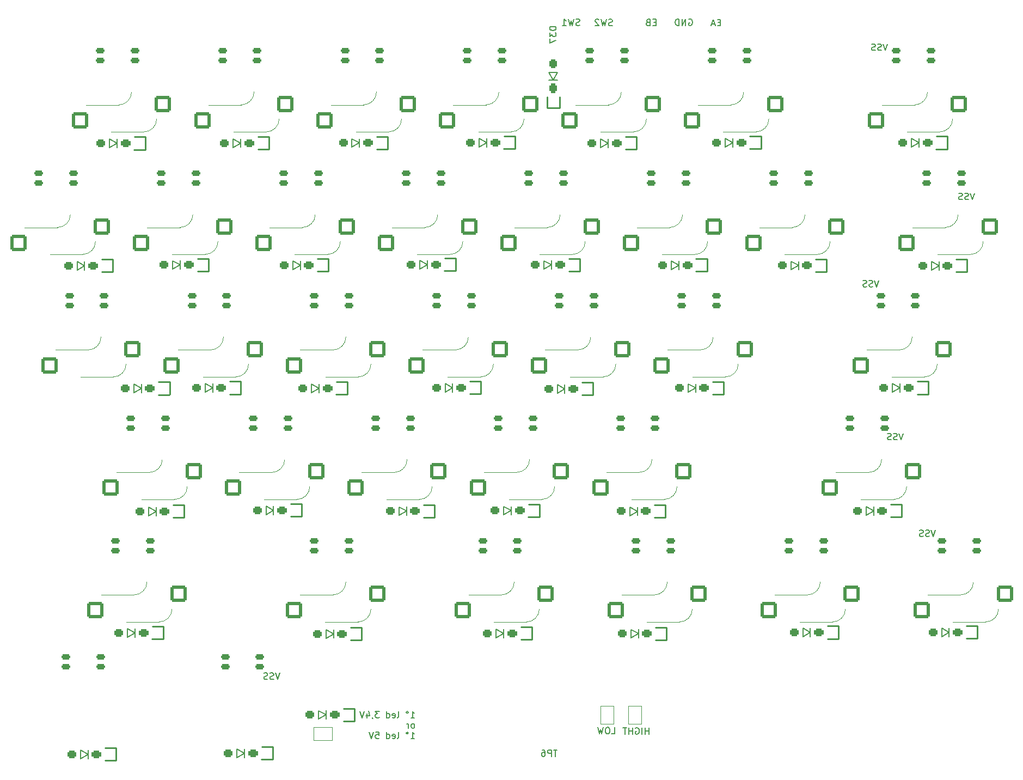
<source format=gbr>
%TF.GenerationSoftware,KiCad,Pcbnew,8.0.7*%
%TF.CreationDate,2025-05-31T19:51:50+02:00*%
%TF.ProjectId,pcb_keyboard_dx,7063625f-6b65-4796-926f-6172645f6478,rev?*%
%TF.SameCoordinates,Original*%
%TF.FileFunction,Legend,Bot*%
%TF.FilePolarity,Positive*%
%FSLAX46Y46*%
G04 Gerber Fmt 4.6, Leading zero omitted, Abs format (unit mm)*
G04 Created by KiCad (PCBNEW 8.0.7) date 2025-05-31 19:51:50*
%MOMM*%
%LPD*%
G01*
G04 APERTURE LIST*
G04 Aperture macros list*
%AMRoundRect*
0 Rectangle with rounded corners*
0 $1 Rounding radius*
0 $2 $3 $4 $5 $6 $7 $8 $9 X,Y pos of 4 corners*
0 Add a 4 corners polygon primitive as box body*
4,1,4,$2,$3,$4,$5,$6,$7,$8,$9,$2,$3,0*
0 Add four circle primitives for the rounded corners*
1,1,$1+$1,$2,$3*
1,1,$1+$1,$4,$5*
1,1,$1+$1,$6,$7*
1,1,$1+$1,$8,$9*
0 Add four rect primitives between the rounded corners*
20,1,$1+$1,$2,$3,$4,$5,0*
20,1,$1+$1,$4,$5,$6,$7,0*
20,1,$1+$1,$6,$7,$8,$9,0*
20,1,$1+$1,$8,$9,$2,$3,0*%
G04 Aperture macros list end*
%ADD10C,0.200000*%
%ADD11C,0.150000*%
%ADD12C,0.120000*%
%ADD13C,0.250000*%
%ADD14C,1.900000*%
%ADD15C,3.450000*%
%ADD16C,2.200000*%
%ADD17C,1.750000*%
%ADD18C,3.050000*%
%ADD19C,4.000000*%
%ADD20RoundRect,0.250000X1.025000X1.000000X-1.025000X1.000000X-1.025000X-1.000000X1.025000X-1.000000X0*%
%ADD21O,1.800000X1.800000*%
%ADD22O,1.500000X1.500000*%
%ADD23O,1.700000X1.700000*%
%ADD24R,1.700000X1.700000*%
%ADD25C,0.800000*%
%ADD26O,1.600000X2.000000*%
%ADD27R,1.500000X1.000000*%
%ADD28RoundRect,0.205000X-0.495000X-0.205000X0.495000X-0.205000X0.495000X0.205000X-0.495000X0.205000X0*%
%ADD29R,1.400000X1.400000*%
%ADD30RoundRect,0.300000X0.450000X0.300000X-0.450000X0.300000X-0.450000X-0.300000X0.450000X-0.300000X0*%
%ADD31RoundRect,0.300000X0.400000X0.300000X-0.400000X0.300000X-0.400000X-0.300000X0.400000X-0.300000X0*%
%ADD32C,1.400000*%
%ADD33RoundRect,0.205000X0.495000X0.205000X-0.495000X0.205000X-0.495000X-0.205000X0.495000X-0.205000X0*%
%ADD34R,1.700000X1.000000*%
%ADD35R,1.000000X1.500000*%
%ADD36RoundRect,0.300000X0.300000X-0.450000X0.300000X0.450000X-0.300000X0.450000X-0.300000X-0.450000X0*%
%ADD37RoundRect,0.300000X0.300000X-0.400000X0.300000X0.400000X-0.300000X0.400000X-0.300000X-0.400000X0*%
G04 APERTURE END LIST*
D10*
X71682933Y-136654219D02*
X71349600Y-137654219D01*
X71349600Y-137654219D02*
X71016267Y-136654219D01*
X70730552Y-137606600D02*
X70587695Y-137654219D01*
X70587695Y-137654219D02*
X70349600Y-137654219D01*
X70349600Y-137654219D02*
X70254362Y-137606600D01*
X70254362Y-137606600D02*
X70206743Y-137558980D01*
X70206743Y-137558980D02*
X70159124Y-137463742D01*
X70159124Y-137463742D02*
X70159124Y-137368504D01*
X70159124Y-137368504D02*
X70206743Y-137273266D01*
X70206743Y-137273266D02*
X70254362Y-137225647D01*
X70254362Y-137225647D02*
X70349600Y-137178028D01*
X70349600Y-137178028D02*
X70540076Y-137130409D01*
X70540076Y-137130409D02*
X70635314Y-137082790D01*
X70635314Y-137082790D02*
X70682933Y-137035171D01*
X70682933Y-137035171D02*
X70730552Y-136939933D01*
X70730552Y-136939933D02*
X70730552Y-136844695D01*
X70730552Y-136844695D02*
X70682933Y-136749457D01*
X70682933Y-136749457D02*
X70635314Y-136701838D01*
X70635314Y-136701838D02*
X70540076Y-136654219D01*
X70540076Y-136654219D02*
X70301981Y-136654219D01*
X70301981Y-136654219D02*
X70159124Y-136701838D01*
X69778171Y-137606600D02*
X69635314Y-137654219D01*
X69635314Y-137654219D02*
X69397219Y-137654219D01*
X69397219Y-137654219D02*
X69301981Y-137606600D01*
X69301981Y-137606600D02*
X69254362Y-137558980D01*
X69254362Y-137558980D02*
X69206743Y-137463742D01*
X69206743Y-137463742D02*
X69206743Y-137368504D01*
X69206743Y-137368504D02*
X69254362Y-137273266D01*
X69254362Y-137273266D02*
X69301981Y-137225647D01*
X69301981Y-137225647D02*
X69397219Y-137178028D01*
X69397219Y-137178028D02*
X69587695Y-137130409D01*
X69587695Y-137130409D02*
X69682933Y-137082790D01*
X69682933Y-137082790D02*
X69730552Y-137035171D01*
X69730552Y-137035171D02*
X69778171Y-136939933D01*
X69778171Y-136939933D02*
X69778171Y-136844695D01*
X69778171Y-136844695D02*
X69730552Y-136749457D01*
X69730552Y-136749457D02*
X69682933Y-136701838D01*
X69682933Y-136701838D02*
X69587695Y-136654219D01*
X69587695Y-136654219D02*
X69349600Y-136654219D01*
X69349600Y-136654219D02*
X69206743Y-136701838D01*
X173642933Y-114454219D02*
X173309600Y-115454219D01*
X173309600Y-115454219D02*
X172976267Y-114454219D01*
X172690552Y-115406600D02*
X172547695Y-115454219D01*
X172547695Y-115454219D02*
X172309600Y-115454219D01*
X172309600Y-115454219D02*
X172214362Y-115406600D01*
X172214362Y-115406600D02*
X172166743Y-115358980D01*
X172166743Y-115358980D02*
X172119124Y-115263742D01*
X172119124Y-115263742D02*
X172119124Y-115168504D01*
X172119124Y-115168504D02*
X172166743Y-115073266D01*
X172166743Y-115073266D02*
X172214362Y-115025647D01*
X172214362Y-115025647D02*
X172309600Y-114978028D01*
X172309600Y-114978028D02*
X172500076Y-114930409D01*
X172500076Y-114930409D02*
X172595314Y-114882790D01*
X172595314Y-114882790D02*
X172642933Y-114835171D01*
X172642933Y-114835171D02*
X172690552Y-114739933D01*
X172690552Y-114739933D02*
X172690552Y-114644695D01*
X172690552Y-114644695D02*
X172642933Y-114549457D01*
X172642933Y-114549457D02*
X172595314Y-114501838D01*
X172595314Y-114501838D02*
X172500076Y-114454219D01*
X172500076Y-114454219D02*
X172261981Y-114454219D01*
X172261981Y-114454219D02*
X172119124Y-114501838D01*
X171738171Y-115406600D02*
X171595314Y-115454219D01*
X171595314Y-115454219D02*
X171357219Y-115454219D01*
X171357219Y-115454219D02*
X171261981Y-115406600D01*
X171261981Y-115406600D02*
X171214362Y-115358980D01*
X171214362Y-115358980D02*
X171166743Y-115263742D01*
X171166743Y-115263742D02*
X171166743Y-115168504D01*
X171166743Y-115168504D02*
X171214362Y-115073266D01*
X171214362Y-115073266D02*
X171261981Y-115025647D01*
X171261981Y-115025647D02*
X171357219Y-114978028D01*
X171357219Y-114978028D02*
X171547695Y-114930409D01*
X171547695Y-114930409D02*
X171642933Y-114882790D01*
X171642933Y-114882790D02*
X171690552Y-114835171D01*
X171690552Y-114835171D02*
X171738171Y-114739933D01*
X171738171Y-114739933D02*
X171738171Y-114644695D01*
X171738171Y-114644695D02*
X171690552Y-114549457D01*
X171690552Y-114549457D02*
X171642933Y-114501838D01*
X171642933Y-114501838D02*
X171547695Y-114454219D01*
X171547695Y-114454219D02*
X171309600Y-114454219D01*
X171309600Y-114454219D02*
X171166743Y-114501838D01*
X123293886Y-146127638D02*
X123770076Y-146127638D01*
X123770076Y-146127638D02*
X123770076Y-145127638D01*
X122770076Y-145127638D02*
X122579600Y-145127638D01*
X122579600Y-145127638D02*
X122484362Y-145175257D01*
X122484362Y-145175257D02*
X122389124Y-145270495D01*
X122389124Y-145270495D02*
X122341505Y-145460971D01*
X122341505Y-145460971D02*
X122341505Y-145794304D01*
X122341505Y-145794304D02*
X122389124Y-145984780D01*
X122389124Y-145984780D02*
X122484362Y-146080019D01*
X122484362Y-146080019D02*
X122579600Y-146127638D01*
X122579600Y-146127638D02*
X122770076Y-146127638D01*
X122770076Y-146127638D02*
X122865314Y-146080019D01*
X122865314Y-146080019D02*
X122960552Y-145984780D01*
X122960552Y-145984780D02*
X123008171Y-145794304D01*
X123008171Y-145794304D02*
X123008171Y-145460971D01*
X123008171Y-145460971D02*
X122960552Y-145270495D01*
X122960552Y-145270495D02*
X122865314Y-145175257D01*
X122865314Y-145175257D02*
X122770076Y-145127638D01*
X122008171Y-145127638D02*
X121770076Y-146127638D01*
X121770076Y-146127638D02*
X121579600Y-145413352D01*
X121579600Y-145413352D02*
X121389124Y-146127638D01*
X121389124Y-146127638D02*
X121151029Y-145127638D01*
X168672933Y-99424219D02*
X168339600Y-100424219D01*
X168339600Y-100424219D02*
X168006267Y-99424219D01*
X167720552Y-100376600D02*
X167577695Y-100424219D01*
X167577695Y-100424219D02*
X167339600Y-100424219D01*
X167339600Y-100424219D02*
X167244362Y-100376600D01*
X167244362Y-100376600D02*
X167196743Y-100328980D01*
X167196743Y-100328980D02*
X167149124Y-100233742D01*
X167149124Y-100233742D02*
X167149124Y-100138504D01*
X167149124Y-100138504D02*
X167196743Y-100043266D01*
X167196743Y-100043266D02*
X167244362Y-99995647D01*
X167244362Y-99995647D02*
X167339600Y-99948028D01*
X167339600Y-99948028D02*
X167530076Y-99900409D01*
X167530076Y-99900409D02*
X167625314Y-99852790D01*
X167625314Y-99852790D02*
X167672933Y-99805171D01*
X167672933Y-99805171D02*
X167720552Y-99709933D01*
X167720552Y-99709933D02*
X167720552Y-99614695D01*
X167720552Y-99614695D02*
X167672933Y-99519457D01*
X167672933Y-99519457D02*
X167625314Y-99471838D01*
X167625314Y-99471838D02*
X167530076Y-99424219D01*
X167530076Y-99424219D02*
X167291981Y-99424219D01*
X167291981Y-99424219D02*
X167149124Y-99471838D01*
X166768171Y-100376600D02*
X166625314Y-100424219D01*
X166625314Y-100424219D02*
X166387219Y-100424219D01*
X166387219Y-100424219D02*
X166291981Y-100376600D01*
X166291981Y-100376600D02*
X166244362Y-100328980D01*
X166244362Y-100328980D02*
X166196743Y-100233742D01*
X166196743Y-100233742D02*
X166196743Y-100138504D01*
X166196743Y-100138504D02*
X166244362Y-100043266D01*
X166244362Y-100043266D02*
X166291981Y-99995647D01*
X166291981Y-99995647D02*
X166387219Y-99948028D01*
X166387219Y-99948028D02*
X166577695Y-99900409D01*
X166577695Y-99900409D02*
X166672933Y-99852790D01*
X166672933Y-99852790D02*
X166720552Y-99805171D01*
X166720552Y-99805171D02*
X166768171Y-99709933D01*
X166768171Y-99709933D02*
X166768171Y-99614695D01*
X166768171Y-99614695D02*
X166720552Y-99519457D01*
X166720552Y-99519457D02*
X166672933Y-99471838D01*
X166672933Y-99471838D02*
X166577695Y-99424219D01*
X166577695Y-99424219D02*
X166339600Y-99424219D01*
X166339600Y-99424219D02*
X166196743Y-99471838D01*
X166202933Y-38884219D02*
X165869600Y-39884219D01*
X165869600Y-39884219D02*
X165536267Y-38884219D01*
X165250552Y-39836600D02*
X165107695Y-39884219D01*
X165107695Y-39884219D02*
X164869600Y-39884219D01*
X164869600Y-39884219D02*
X164774362Y-39836600D01*
X164774362Y-39836600D02*
X164726743Y-39788980D01*
X164726743Y-39788980D02*
X164679124Y-39693742D01*
X164679124Y-39693742D02*
X164679124Y-39598504D01*
X164679124Y-39598504D02*
X164726743Y-39503266D01*
X164726743Y-39503266D02*
X164774362Y-39455647D01*
X164774362Y-39455647D02*
X164869600Y-39408028D01*
X164869600Y-39408028D02*
X165060076Y-39360409D01*
X165060076Y-39360409D02*
X165155314Y-39312790D01*
X165155314Y-39312790D02*
X165202933Y-39265171D01*
X165202933Y-39265171D02*
X165250552Y-39169933D01*
X165250552Y-39169933D02*
X165250552Y-39074695D01*
X165250552Y-39074695D02*
X165202933Y-38979457D01*
X165202933Y-38979457D02*
X165155314Y-38931838D01*
X165155314Y-38931838D02*
X165060076Y-38884219D01*
X165060076Y-38884219D02*
X164821981Y-38884219D01*
X164821981Y-38884219D02*
X164679124Y-38931838D01*
X164298171Y-39836600D02*
X164155314Y-39884219D01*
X164155314Y-39884219D02*
X163917219Y-39884219D01*
X163917219Y-39884219D02*
X163821981Y-39836600D01*
X163821981Y-39836600D02*
X163774362Y-39788980D01*
X163774362Y-39788980D02*
X163726743Y-39693742D01*
X163726743Y-39693742D02*
X163726743Y-39598504D01*
X163726743Y-39598504D02*
X163774362Y-39503266D01*
X163774362Y-39503266D02*
X163821981Y-39455647D01*
X163821981Y-39455647D02*
X163917219Y-39408028D01*
X163917219Y-39408028D02*
X164107695Y-39360409D01*
X164107695Y-39360409D02*
X164202933Y-39312790D01*
X164202933Y-39312790D02*
X164250552Y-39265171D01*
X164250552Y-39265171D02*
X164298171Y-39169933D01*
X164298171Y-39169933D02*
X164298171Y-39074695D01*
X164298171Y-39074695D02*
X164250552Y-38979457D01*
X164250552Y-38979457D02*
X164202933Y-38931838D01*
X164202933Y-38931838D02*
X164107695Y-38884219D01*
X164107695Y-38884219D02*
X163869600Y-38884219D01*
X163869600Y-38884219D02*
X163726743Y-38931838D01*
X179742933Y-62074219D02*
X179409600Y-63074219D01*
X179409600Y-63074219D02*
X179076267Y-62074219D01*
X178790552Y-63026600D02*
X178647695Y-63074219D01*
X178647695Y-63074219D02*
X178409600Y-63074219D01*
X178409600Y-63074219D02*
X178314362Y-63026600D01*
X178314362Y-63026600D02*
X178266743Y-62978980D01*
X178266743Y-62978980D02*
X178219124Y-62883742D01*
X178219124Y-62883742D02*
X178219124Y-62788504D01*
X178219124Y-62788504D02*
X178266743Y-62693266D01*
X178266743Y-62693266D02*
X178314362Y-62645647D01*
X178314362Y-62645647D02*
X178409600Y-62598028D01*
X178409600Y-62598028D02*
X178600076Y-62550409D01*
X178600076Y-62550409D02*
X178695314Y-62502790D01*
X178695314Y-62502790D02*
X178742933Y-62455171D01*
X178742933Y-62455171D02*
X178790552Y-62359933D01*
X178790552Y-62359933D02*
X178790552Y-62264695D01*
X178790552Y-62264695D02*
X178742933Y-62169457D01*
X178742933Y-62169457D02*
X178695314Y-62121838D01*
X178695314Y-62121838D02*
X178600076Y-62074219D01*
X178600076Y-62074219D02*
X178361981Y-62074219D01*
X178361981Y-62074219D02*
X178219124Y-62121838D01*
X177838171Y-63026600D02*
X177695314Y-63074219D01*
X177695314Y-63074219D02*
X177457219Y-63074219D01*
X177457219Y-63074219D02*
X177361981Y-63026600D01*
X177361981Y-63026600D02*
X177314362Y-62978980D01*
X177314362Y-62978980D02*
X177266743Y-62883742D01*
X177266743Y-62883742D02*
X177266743Y-62788504D01*
X177266743Y-62788504D02*
X177314362Y-62693266D01*
X177314362Y-62693266D02*
X177361981Y-62645647D01*
X177361981Y-62645647D02*
X177457219Y-62598028D01*
X177457219Y-62598028D02*
X177647695Y-62550409D01*
X177647695Y-62550409D02*
X177742933Y-62502790D01*
X177742933Y-62502790D02*
X177790552Y-62455171D01*
X177790552Y-62455171D02*
X177838171Y-62359933D01*
X177838171Y-62359933D02*
X177838171Y-62264695D01*
X177838171Y-62264695D02*
X177790552Y-62169457D01*
X177790552Y-62169457D02*
X177742933Y-62121838D01*
X177742933Y-62121838D02*
X177647695Y-62074219D01*
X177647695Y-62074219D02*
X177409600Y-62074219D01*
X177409600Y-62074219D02*
X177266743Y-62121838D01*
X92086267Y-143624331D02*
X92657695Y-143624331D01*
X92371981Y-143624331D02*
X92371981Y-142624331D01*
X92371981Y-142624331D02*
X92467219Y-142767188D01*
X92467219Y-142767188D02*
X92562457Y-142862426D01*
X92562457Y-142862426D02*
X92657695Y-142910045D01*
X91514838Y-142624331D02*
X91610076Y-142671950D01*
X91610076Y-142671950D02*
X91657695Y-142767188D01*
X91657695Y-142767188D02*
X91610076Y-142862426D01*
X91610076Y-142862426D02*
X91514838Y-142910045D01*
X91514838Y-142910045D02*
X91419600Y-142862426D01*
X91419600Y-142862426D02*
X91371981Y-142767188D01*
X91371981Y-142767188D02*
X91419600Y-142671950D01*
X91419600Y-142671950D02*
X91514838Y-142624331D01*
X89991028Y-143624331D02*
X90086266Y-143576712D01*
X90086266Y-143576712D02*
X90133885Y-143481473D01*
X90133885Y-143481473D02*
X90133885Y-142624331D01*
X89229123Y-143576712D02*
X89324361Y-143624331D01*
X89324361Y-143624331D02*
X89514837Y-143624331D01*
X89514837Y-143624331D02*
X89610075Y-143576712D01*
X89610075Y-143576712D02*
X89657694Y-143481473D01*
X89657694Y-143481473D02*
X89657694Y-143100521D01*
X89657694Y-143100521D02*
X89610075Y-143005283D01*
X89610075Y-143005283D02*
X89514837Y-142957664D01*
X89514837Y-142957664D02*
X89324361Y-142957664D01*
X89324361Y-142957664D02*
X89229123Y-143005283D01*
X89229123Y-143005283D02*
X89181504Y-143100521D01*
X89181504Y-143100521D02*
X89181504Y-143195759D01*
X89181504Y-143195759D02*
X89657694Y-143290997D01*
X88324361Y-143624331D02*
X88324361Y-142624331D01*
X88324361Y-143576712D02*
X88419599Y-143624331D01*
X88419599Y-143624331D02*
X88610075Y-143624331D01*
X88610075Y-143624331D02*
X88705313Y-143576712D01*
X88705313Y-143576712D02*
X88752932Y-143529092D01*
X88752932Y-143529092D02*
X88800551Y-143433854D01*
X88800551Y-143433854D02*
X88800551Y-143148140D01*
X88800551Y-143148140D02*
X88752932Y-143052902D01*
X88752932Y-143052902D02*
X88705313Y-143005283D01*
X88705313Y-143005283D02*
X88610075Y-142957664D01*
X88610075Y-142957664D02*
X88419599Y-142957664D01*
X88419599Y-142957664D02*
X88324361Y-143005283D01*
X87181503Y-142624331D02*
X86562456Y-142624331D01*
X86562456Y-142624331D02*
X86895789Y-143005283D01*
X86895789Y-143005283D02*
X86752932Y-143005283D01*
X86752932Y-143005283D02*
X86657694Y-143052902D01*
X86657694Y-143052902D02*
X86610075Y-143100521D01*
X86610075Y-143100521D02*
X86562456Y-143195759D01*
X86562456Y-143195759D02*
X86562456Y-143433854D01*
X86562456Y-143433854D02*
X86610075Y-143529092D01*
X86610075Y-143529092D02*
X86657694Y-143576712D01*
X86657694Y-143576712D02*
X86752932Y-143624331D01*
X86752932Y-143624331D02*
X87038646Y-143624331D01*
X87038646Y-143624331D02*
X87133884Y-143576712D01*
X87133884Y-143576712D02*
X87181503Y-143529092D01*
X86086265Y-143576712D02*
X86086265Y-143624331D01*
X86086265Y-143624331D02*
X86133884Y-143719569D01*
X86133884Y-143719569D02*
X86181503Y-143767188D01*
X85229123Y-142957664D02*
X85229123Y-143624331D01*
X85467218Y-142576712D02*
X85705313Y-143290997D01*
X85705313Y-143290997D02*
X85086266Y-143290997D01*
X84848170Y-142624331D02*
X84514837Y-143624331D01*
X84514837Y-143624331D02*
X84181504Y-142624331D01*
X92467219Y-145234275D02*
X92562457Y-145186656D01*
X92562457Y-145186656D02*
X92610076Y-145139036D01*
X92610076Y-145139036D02*
X92657695Y-145043798D01*
X92657695Y-145043798D02*
X92657695Y-144758084D01*
X92657695Y-144758084D02*
X92610076Y-144662846D01*
X92610076Y-144662846D02*
X92562457Y-144615227D01*
X92562457Y-144615227D02*
X92467219Y-144567608D01*
X92467219Y-144567608D02*
X92324362Y-144567608D01*
X92324362Y-144567608D02*
X92229124Y-144615227D01*
X92229124Y-144615227D02*
X92181505Y-144662846D01*
X92181505Y-144662846D02*
X92133886Y-144758084D01*
X92133886Y-144758084D02*
X92133886Y-145043798D01*
X92133886Y-145043798D02*
X92181505Y-145139036D01*
X92181505Y-145139036D02*
X92229124Y-145186656D01*
X92229124Y-145186656D02*
X92324362Y-145234275D01*
X92324362Y-145234275D02*
X92467219Y-145234275D01*
X91705314Y-145234275D02*
X91705314Y-144567608D01*
X91705314Y-144758084D02*
X91657695Y-144662846D01*
X91657695Y-144662846D02*
X91610076Y-144615227D01*
X91610076Y-144615227D02*
X91514838Y-144567608D01*
X91514838Y-144567608D02*
X91419600Y-144567608D01*
X92086267Y-146844219D02*
X92657695Y-146844219D01*
X92371981Y-146844219D02*
X92371981Y-145844219D01*
X92371981Y-145844219D02*
X92467219Y-145987076D01*
X92467219Y-145987076D02*
X92562457Y-146082314D01*
X92562457Y-146082314D02*
X92657695Y-146129933D01*
X91514838Y-145844219D02*
X91610076Y-145891838D01*
X91610076Y-145891838D02*
X91657695Y-145987076D01*
X91657695Y-145987076D02*
X91610076Y-146082314D01*
X91610076Y-146082314D02*
X91514838Y-146129933D01*
X91514838Y-146129933D02*
X91419600Y-146082314D01*
X91419600Y-146082314D02*
X91371981Y-145987076D01*
X91371981Y-145987076D02*
X91419600Y-145891838D01*
X91419600Y-145891838D02*
X91514838Y-145844219D01*
X89991028Y-146844219D02*
X90086266Y-146796600D01*
X90086266Y-146796600D02*
X90133885Y-146701361D01*
X90133885Y-146701361D02*
X90133885Y-145844219D01*
X89229123Y-146796600D02*
X89324361Y-146844219D01*
X89324361Y-146844219D02*
X89514837Y-146844219D01*
X89514837Y-146844219D02*
X89610075Y-146796600D01*
X89610075Y-146796600D02*
X89657694Y-146701361D01*
X89657694Y-146701361D02*
X89657694Y-146320409D01*
X89657694Y-146320409D02*
X89610075Y-146225171D01*
X89610075Y-146225171D02*
X89514837Y-146177552D01*
X89514837Y-146177552D02*
X89324361Y-146177552D01*
X89324361Y-146177552D02*
X89229123Y-146225171D01*
X89229123Y-146225171D02*
X89181504Y-146320409D01*
X89181504Y-146320409D02*
X89181504Y-146415647D01*
X89181504Y-146415647D02*
X89657694Y-146510885D01*
X88324361Y-146844219D02*
X88324361Y-145844219D01*
X88324361Y-146796600D02*
X88419599Y-146844219D01*
X88419599Y-146844219D02*
X88610075Y-146844219D01*
X88610075Y-146844219D02*
X88705313Y-146796600D01*
X88705313Y-146796600D02*
X88752932Y-146748980D01*
X88752932Y-146748980D02*
X88800551Y-146653742D01*
X88800551Y-146653742D02*
X88800551Y-146368028D01*
X88800551Y-146368028D02*
X88752932Y-146272790D01*
X88752932Y-146272790D02*
X88705313Y-146225171D01*
X88705313Y-146225171D02*
X88610075Y-146177552D01*
X88610075Y-146177552D02*
X88419599Y-146177552D01*
X88419599Y-146177552D02*
X88324361Y-146225171D01*
X86610075Y-145844219D02*
X87086265Y-145844219D01*
X87086265Y-145844219D02*
X87133884Y-146320409D01*
X87133884Y-146320409D02*
X87086265Y-146272790D01*
X87086265Y-146272790D02*
X86991027Y-146225171D01*
X86991027Y-146225171D02*
X86752932Y-146225171D01*
X86752932Y-146225171D02*
X86657694Y-146272790D01*
X86657694Y-146272790D02*
X86610075Y-146320409D01*
X86610075Y-146320409D02*
X86562456Y-146415647D01*
X86562456Y-146415647D02*
X86562456Y-146653742D01*
X86562456Y-146653742D02*
X86610075Y-146748980D01*
X86610075Y-146748980D02*
X86657694Y-146796600D01*
X86657694Y-146796600D02*
X86752932Y-146844219D01*
X86752932Y-146844219D02*
X86991027Y-146844219D01*
X86991027Y-146844219D02*
X87086265Y-146796600D01*
X87086265Y-146796600D02*
X87133884Y-146748980D01*
X86276741Y-145844219D02*
X85943408Y-146844219D01*
X85943408Y-146844219D02*
X85610075Y-145844219D01*
X114822933Y-148617638D02*
X114251505Y-148617638D01*
X114537219Y-149617638D02*
X114537219Y-148617638D01*
X113918171Y-149617638D02*
X113918171Y-148617638D01*
X113918171Y-148617638D02*
X113537219Y-148617638D01*
X113537219Y-148617638D02*
X113441981Y-148665257D01*
X113441981Y-148665257D02*
X113394362Y-148712876D01*
X113394362Y-148712876D02*
X113346743Y-148808114D01*
X113346743Y-148808114D02*
X113346743Y-148950971D01*
X113346743Y-148950971D02*
X113394362Y-149046209D01*
X113394362Y-149046209D02*
X113441981Y-149093828D01*
X113441981Y-149093828D02*
X113537219Y-149141447D01*
X113537219Y-149141447D02*
X113918171Y-149141447D01*
X112489600Y-148617638D02*
X112680076Y-148617638D01*
X112680076Y-148617638D02*
X112775314Y-148665257D01*
X112775314Y-148665257D02*
X112822933Y-148712876D01*
X112822933Y-148712876D02*
X112918171Y-148855733D01*
X112918171Y-148855733D02*
X112965790Y-149046209D01*
X112965790Y-149046209D02*
X112965790Y-149427161D01*
X112965790Y-149427161D02*
X112918171Y-149522399D01*
X112918171Y-149522399D02*
X112870552Y-149570019D01*
X112870552Y-149570019D02*
X112775314Y-149617638D01*
X112775314Y-149617638D02*
X112584838Y-149617638D01*
X112584838Y-149617638D02*
X112489600Y-149570019D01*
X112489600Y-149570019D02*
X112441981Y-149522399D01*
X112441981Y-149522399D02*
X112394362Y-149427161D01*
X112394362Y-149427161D02*
X112394362Y-149189066D01*
X112394362Y-149189066D02*
X112441981Y-149093828D01*
X112441981Y-149093828D02*
X112489600Y-149046209D01*
X112489600Y-149046209D02*
X112584838Y-148998590D01*
X112584838Y-148998590D02*
X112775314Y-148998590D01*
X112775314Y-148998590D02*
X112870552Y-149046209D01*
X112870552Y-149046209D02*
X112918171Y-149093828D01*
X112918171Y-149093828D02*
X112965790Y-149189066D01*
X118317695Y-35966600D02*
X118174838Y-36014219D01*
X118174838Y-36014219D02*
X117936743Y-36014219D01*
X117936743Y-36014219D02*
X117841505Y-35966600D01*
X117841505Y-35966600D02*
X117793886Y-35918980D01*
X117793886Y-35918980D02*
X117746267Y-35823742D01*
X117746267Y-35823742D02*
X117746267Y-35728504D01*
X117746267Y-35728504D02*
X117793886Y-35633266D01*
X117793886Y-35633266D02*
X117841505Y-35585647D01*
X117841505Y-35585647D02*
X117936743Y-35538028D01*
X117936743Y-35538028D02*
X118127219Y-35490409D01*
X118127219Y-35490409D02*
X118222457Y-35442790D01*
X118222457Y-35442790D02*
X118270076Y-35395171D01*
X118270076Y-35395171D02*
X118317695Y-35299933D01*
X118317695Y-35299933D02*
X118317695Y-35204695D01*
X118317695Y-35204695D02*
X118270076Y-35109457D01*
X118270076Y-35109457D02*
X118222457Y-35061838D01*
X118222457Y-35061838D02*
X118127219Y-35014219D01*
X118127219Y-35014219D02*
X117889124Y-35014219D01*
X117889124Y-35014219D02*
X117746267Y-35061838D01*
X117412933Y-35014219D02*
X117174838Y-36014219D01*
X117174838Y-36014219D02*
X116984362Y-35299933D01*
X116984362Y-35299933D02*
X116793886Y-36014219D01*
X116793886Y-36014219D02*
X116555791Y-35014219D01*
X115651029Y-36014219D02*
X116222457Y-36014219D01*
X115936743Y-36014219D02*
X115936743Y-35014219D01*
X115936743Y-35014219D02*
X116031981Y-35157076D01*
X116031981Y-35157076D02*
X116127219Y-35252314D01*
X116127219Y-35252314D02*
X116222457Y-35299933D01*
X129070076Y-146177638D02*
X129070076Y-145177638D01*
X129070076Y-145653828D02*
X128498648Y-145653828D01*
X128498648Y-146177638D02*
X128498648Y-145177638D01*
X128022457Y-146177638D02*
X128022457Y-145177638D01*
X127022458Y-145225257D02*
X127117696Y-145177638D01*
X127117696Y-145177638D02*
X127260553Y-145177638D01*
X127260553Y-145177638D02*
X127403410Y-145225257D01*
X127403410Y-145225257D02*
X127498648Y-145320495D01*
X127498648Y-145320495D02*
X127546267Y-145415733D01*
X127546267Y-145415733D02*
X127593886Y-145606209D01*
X127593886Y-145606209D02*
X127593886Y-145749066D01*
X127593886Y-145749066D02*
X127546267Y-145939542D01*
X127546267Y-145939542D02*
X127498648Y-146034780D01*
X127498648Y-146034780D02*
X127403410Y-146130019D01*
X127403410Y-146130019D02*
X127260553Y-146177638D01*
X127260553Y-146177638D02*
X127165315Y-146177638D01*
X127165315Y-146177638D02*
X127022458Y-146130019D01*
X127022458Y-146130019D02*
X126974839Y-146082399D01*
X126974839Y-146082399D02*
X126974839Y-145749066D01*
X126974839Y-145749066D02*
X127165315Y-145749066D01*
X126546267Y-146177638D02*
X126546267Y-145177638D01*
X126546267Y-145653828D02*
X125974839Y-145653828D01*
X125974839Y-146177638D02*
X125974839Y-145177638D01*
X125641505Y-145177638D02*
X125070077Y-145177638D01*
X125355791Y-146177638D02*
X125355791Y-145177638D01*
X130200076Y-35520409D02*
X129866743Y-35520409D01*
X129723886Y-36044219D02*
X130200076Y-36044219D01*
X130200076Y-36044219D02*
X130200076Y-35044219D01*
X130200076Y-35044219D02*
X129723886Y-35044219D01*
X128961981Y-35520409D02*
X128819124Y-35568028D01*
X128819124Y-35568028D02*
X128771505Y-35615647D01*
X128771505Y-35615647D02*
X128723886Y-35710885D01*
X128723886Y-35710885D02*
X128723886Y-35853742D01*
X128723886Y-35853742D02*
X128771505Y-35948980D01*
X128771505Y-35948980D02*
X128819124Y-35996600D01*
X128819124Y-35996600D02*
X128914362Y-36044219D01*
X128914362Y-36044219D02*
X129295314Y-36044219D01*
X129295314Y-36044219D02*
X129295314Y-35044219D01*
X129295314Y-35044219D02*
X128961981Y-35044219D01*
X128961981Y-35044219D02*
X128866743Y-35091838D01*
X128866743Y-35091838D02*
X128819124Y-35139457D01*
X128819124Y-35139457D02*
X128771505Y-35234695D01*
X128771505Y-35234695D02*
X128771505Y-35329933D01*
X128771505Y-35329933D02*
X128819124Y-35425171D01*
X128819124Y-35425171D02*
X128866743Y-35472790D01*
X128866743Y-35472790D02*
X128961981Y-35520409D01*
X128961981Y-35520409D02*
X129295314Y-35520409D01*
X164862933Y-75644219D02*
X164529600Y-76644219D01*
X164529600Y-76644219D02*
X164196267Y-75644219D01*
X163910552Y-76596600D02*
X163767695Y-76644219D01*
X163767695Y-76644219D02*
X163529600Y-76644219D01*
X163529600Y-76644219D02*
X163434362Y-76596600D01*
X163434362Y-76596600D02*
X163386743Y-76548980D01*
X163386743Y-76548980D02*
X163339124Y-76453742D01*
X163339124Y-76453742D02*
X163339124Y-76358504D01*
X163339124Y-76358504D02*
X163386743Y-76263266D01*
X163386743Y-76263266D02*
X163434362Y-76215647D01*
X163434362Y-76215647D02*
X163529600Y-76168028D01*
X163529600Y-76168028D02*
X163720076Y-76120409D01*
X163720076Y-76120409D02*
X163815314Y-76072790D01*
X163815314Y-76072790D02*
X163862933Y-76025171D01*
X163862933Y-76025171D02*
X163910552Y-75929933D01*
X163910552Y-75929933D02*
X163910552Y-75834695D01*
X163910552Y-75834695D02*
X163862933Y-75739457D01*
X163862933Y-75739457D02*
X163815314Y-75691838D01*
X163815314Y-75691838D02*
X163720076Y-75644219D01*
X163720076Y-75644219D02*
X163481981Y-75644219D01*
X163481981Y-75644219D02*
X163339124Y-75691838D01*
X162958171Y-76596600D02*
X162815314Y-76644219D01*
X162815314Y-76644219D02*
X162577219Y-76644219D01*
X162577219Y-76644219D02*
X162481981Y-76596600D01*
X162481981Y-76596600D02*
X162434362Y-76548980D01*
X162434362Y-76548980D02*
X162386743Y-76453742D01*
X162386743Y-76453742D02*
X162386743Y-76358504D01*
X162386743Y-76358504D02*
X162434362Y-76263266D01*
X162434362Y-76263266D02*
X162481981Y-76215647D01*
X162481981Y-76215647D02*
X162577219Y-76168028D01*
X162577219Y-76168028D02*
X162767695Y-76120409D01*
X162767695Y-76120409D02*
X162862933Y-76072790D01*
X162862933Y-76072790D02*
X162910552Y-76025171D01*
X162910552Y-76025171D02*
X162958171Y-75929933D01*
X162958171Y-75929933D02*
X162958171Y-75834695D01*
X162958171Y-75834695D02*
X162910552Y-75739457D01*
X162910552Y-75739457D02*
X162862933Y-75691838D01*
X162862933Y-75691838D02*
X162767695Y-75644219D01*
X162767695Y-75644219D02*
X162529600Y-75644219D01*
X162529600Y-75644219D02*
X162386743Y-75691838D01*
X123407695Y-35996600D02*
X123264838Y-36044219D01*
X123264838Y-36044219D02*
X123026743Y-36044219D01*
X123026743Y-36044219D02*
X122931505Y-35996600D01*
X122931505Y-35996600D02*
X122883886Y-35948980D01*
X122883886Y-35948980D02*
X122836267Y-35853742D01*
X122836267Y-35853742D02*
X122836267Y-35758504D01*
X122836267Y-35758504D02*
X122883886Y-35663266D01*
X122883886Y-35663266D02*
X122931505Y-35615647D01*
X122931505Y-35615647D02*
X123026743Y-35568028D01*
X123026743Y-35568028D02*
X123217219Y-35520409D01*
X123217219Y-35520409D02*
X123312457Y-35472790D01*
X123312457Y-35472790D02*
X123360076Y-35425171D01*
X123360076Y-35425171D02*
X123407695Y-35329933D01*
X123407695Y-35329933D02*
X123407695Y-35234695D01*
X123407695Y-35234695D02*
X123360076Y-35139457D01*
X123360076Y-35139457D02*
X123312457Y-35091838D01*
X123312457Y-35091838D02*
X123217219Y-35044219D01*
X123217219Y-35044219D02*
X122979124Y-35044219D01*
X122979124Y-35044219D02*
X122836267Y-35091838D01*
X122502933Y-35044219D02*
X122264838Y-36044219D01*
X122264838Y-36044219D02*
X122074362Y-35329933D01*
X122074362Y-35329933D02*
X121883886Y-36044219D01*
X121883886Y-36044219D02*
X121645791Y-35044219D01*
X121312457Y-35139457D02*
X121264838Y-35091838D01*
X121264838Y-35091838D02*
X121169600Y-35044219D01*
X121169600Y-35044219D02*
X120931505Y-35044219D01*
X120931505Y-35044219D02*
X120836267Y-35091838D01*
X120836267Y-35091838D02*
X120788648Y-35139457D01*
X120788648Y-35139457D02*
X120741029Y-35234695D01*
X120741029Y-35234695D02*
X120741029Y-35329933D01*
X120741029Y-35329933D02*
X120788648Y-35472790D01*
X120788648Y-35472790D02*
X121360076Y-36044219D01*
X121360076Y-36044219D02*
X120741029Y-36044219D01*
X140230076Y-35540409D02*
X139896743Y-35540409D01*
X139753886Y-36064219D02*
X140230076Y-36064219D01*
X140230076Y-36064219D02*
X140230076Y-35064219D01*
X140230076Y-35064219D02*
X139753886Y-35064219D01*
X139372933Y-35778504D02*
X138896743Y-35778504D01*
X139468171Y-36064219D02*
X139134838Y-35064219D01*
X139134838Y-35064219D02*
X138801505Y-36064219D01*
X135296267Y-35061838D02*
X135391505Y-35014219D01*
X135391505Y-35014219D02*
X135534362Y-35014219D01*
X135534362Y-35014219D02*
X135677219Y-35061838D01*
X135677219Y-35061838D02*
X135772457Y-35157076D01*
X135772457Y-35157076D02*
X135820076Y-35252314D01*
X135820076Y-35252314D02*
X135867695Y-35442790D01*
X135867695Y-35442790D02*
X135867695Y-35585647D01*
X135867695Y-35585647D02*
X135820076Y-35776123D01*
X135820076Y-35776123D02*
X135772457Y-35871361D01*
X135772457Y-35871361D02*
X135677219Y-35966600D01*
X135677219Y-35966600D02*
X135534362Y-36014219D01*
X135534362Y-36014219D02*
X135439124Y-36014219D01*
X135439124Y-36014219D02*
X135296267Y-35966600D01*
X135296267Y-35966600D02*
X135248648Y-35918980D01*
X135248648Y-35918980D02*
X135248648Y-35585647D01*
X135248648Y-35585647D02*
X135439124Y-35585647D01*
X134820076Y-36014219D02*
X134820076Y-35014219D01*
X134820076Y-35014219D02*
X134248648Y-36014219D01*
X134248648Y-36014219D02*
X134248648Y-35014219D01*
X133772457Y-36014219D02*
X133772457Y-35014219D01*
X133772457Y-35014219D02*
X133534362Y-35014219D01*
X133534362Y-35014219D02*
X133391505Y-35061838D01*
X133391505Y-35061838D02*
X133296267Y-35157076D01*
X133296267Y-35157076D02*
X133248648Y-35252314D01*
X133248648Y-35252314D02*
X133201029Y-35442790D01*
X133201029Y-35442790D02*
X133201029Y-35585647D01*
X133201029Y-35585647D02*
X133248648Y-35776123D01*
X133248648Y-35776123D02*
X133296267Y-35871361D01*
X133296267Y-35871361D02*
X133391505Y-35966600D01*
X133391505Y-35966600D02*
X133534362Y-36014219D01*
X133534362Y-36014219D02*
X133772457Y-36014219D01*
D11*
X114663319Y-36209149D02*
X113663319Y-36209149D01*
X113663319Y-36209149D02*
X113663319Y-36447244D01*
X113663319Y-36447244D02*
X113710938Y-36590101D01*
X113710938Y-36590101D02*
X113806176Y-36685339D01*
X113806176Y-36685339D02*
X113901414Y-36732958D01*
X113901414Y-36732958D02*
X114091890Y-36780577D01*
X114091890Y-36780577D02*
X114234747Y-36780577D01*
X114234747Y-36780577D02*
X114425223Y-36732958D01*
X114425223Y-36732958D02*
X114520461Y-36685339D01*
X114520461Y-36685339D02*
X114615700Y-36590101D01*
X114615700Y-36590101D02*
X114663319Y-36447244D01*
X114663319Y-36447244D02*
X114663319Y-36209149D01*
X113663319Y-37113911D02*
X113663319Y-37732958D01*
X113663319Y-37732958D02*
X114044271Y-37399625D01*
X114044271Y-37399625D02*
X114044271Y-37542482D01*
X114044271Y-37542482D02*
X114091890Y-37637720D01*
X114091890Y-37637720D02*
X114139509Y-37685339D01*
X114139509Y-37685339D02*
X114234747Y-37732958D01*
X114234747Y-37732958D02*
X114472842Y-37732958D01*
X114472842Y-37732958D02*
X114568080Y-37685339D01*
X114568080Y-37685339D02*
X114615700Y-37637720D01*
X114615700Y-37637720D02*
X114663319Y-37542482D01*
X114663319Y-37542482D02*
X114663319Y-37256768D01*
X114663319Y-37256768D02*
X114615700Y-37161530D01*
X114615700Y-37161530D02*
X114568080Y-37113911D01*
X113663319Y-38066292D02*
X113663319Y-38732958D01*
X113663319Y-38732958D02*
X114663319Y-38304387D01*
D12*
%TO.C,S8*%
X49031000Y-124527000D02*
X43931000Y-124527000D01*
X52931000Y-128727000D02*
X47831000Y-128727000D01*
X51031000Y-122527000D02*
G75*
G02*
X49031000Y-124527000I-1999999J-1D01*
G01*
X54931000Y-126727000D02*
G75*
G02*
X52931000Y-128727000I-1999999J-1D01*
G01*
%TO.C,S18*%
X89494750Y-105487000D02*
X84394750Y-105487000D01*
X93394750Y-109687000D02*
X88294750Y-109687000D01*
X91494750Y-103487000D02*
G75*
G02*
X89494750Y-105487000I-1999999J-1D01*
G01*
X95394750Y-107687000D02*
G75*
G02*
X93394750Y-109687000I-1999999J-1D01*
G01*
%TO.C,S6*%
X60934750Y-86447000D02*
X55834750Y-86447000D01*
X64834750Y-90647000D02*
X59734750Y-90647000D01*
X62934750Y-84447000D02*
G75*
G02*
X60934750Y-86447000I-1999999J-1D01*
G01*
X66834750Y-88647000D02*
G75*
G02*
X64834750Y-90647000I-1999999J-1D01*
G01*
%TO.C,S32*%
X170424750Y-48357000D02*
X165324750Y-48357000D01*
X174324750Y-52557000D02*
X169224750Y-52557000D01*
X172424750Y-46357000D02*
G75*
G02*
X170424750Y-48357000I-1999999J-1D01*
G01*
X176324750Y-50557000D02*
G75*
G02*
X174324750Y-52557000I-1999999J-1D01*
G01*
%TO.C,S33*%
X175187250Y-67407000D02*
X170087250Y-67407000D01*
X179087250Y-71607000D02*
X173987250Y-71607000D01*
X177187250Y-65407000D02*
G75*
G02*
X175187250Y-67407000I-1999999J-1D01*
G01*
X181087250Y-69607000D02*
G75*
G02*
X179087250Y-71607000I-1999999J-1D01*
G01*
%TO.C,S25*%
X132334750Y-67407000D02*
X127234750Y-67407000D01*
X136234750Y-71607000D02*
X131134750Y-71607000D01*
X134334750Y-65407000D02*
G75*
G02*
X132334750Y-67407000I-1999999J-1D01*
G01*
X138234750Y-69607000D02*
G75*
G02*
X136234750Y-71607000I-1999999J-1D01*
G01*
%TO.C,S5*%
X56174750Y-67407000D02*
X51074750Y-67407000D01*
X60074750Y-71607000D02*
X54974750Y-71607000D01*
X58174750Y-65407000D02*
G75*
G02*
X56174750Y-67407000I-1999999J-1D01*
G01*
X62074750Y-69607000D02*
G75*
G02*
X60074750Y-71607000I-1999999J-1D01*
G01*
%TO.C,S7*%
X51414750Y-105487000D02*
X46314750Y-105487000D01*
X55314750Y-109687000D02*
X50214750Y-109687000D01*
X53414750Y-103487000D02*
G75*
G02*
X51414750Y-105487000I-1999999J-1D01*
G01*
X57314750Y-107687000D02*
G75*
G02*
X55314750Y-109687000I-1999999J-1D01*
G01*
%TO.C,S36*%
X177568500Y-124527000D02*
X172468500Y-124527000D01*
X181468500Y-128727000D02*
X176368500Y-128727000D01*
X179568500Y-122527000D02*
G75*
G02*
X177568500Y-124527000I-1999999J-1D01*
G01*
X183468500Y-126727000D02*
G75*
G02*
X181468500Y-128727000I-1999999J-1D01*
G01*
%TO.C,S30*%
X151374750Y-67407000D02*
X146274750Y-67407000D01*
X155274750Y-71607000D02*
X150174750Y-71607000D01*
X153374750Y-65407000D02*
G75*
G02*
X151374750Y-67407000I-1999999J-1D01*
G01*
X157274750Y-69607000D02*
G75*
G02*
X155274750Y-71607000I-1999999J-1D01*
G01*
%TO.C,S2*%
X41894750Y-86447000D02*
X36794750Y-86447000D01*
X45794750Y-90647000D02*
X40694750Y-90647000D01*
X43894750Y-84447000D02*
G75*
G02*
X41894750Y-86447000I-1999999J-1D01*
G01*
X47794750Y-88647000D02*
G75*
G02*
X45794750Y-90647000I-1999999J-1D01*
G01*
%TO.C,S27*%
X127574750Y-105487000D02*
X122474750Y-105487000D01*
X131474750Y-109687000D02*
X126374750Y-109687000D01*
X129574750Y-103487000D02*
G75*
G02*
X127574750Y-105487000I-1999999J-1D01*
G01*
X133474750Y-107687000D02*
G75*
G02*
X131474750Y-109687000I-1999999J-1D01*
G01*
%TO.C,S9*%
X65689750Y-48357000D02*
X60589750Y-48357000D01*
X69589750Y-52557000D02*
X64489750Y-52557000D01*
X67689750Y-46357000D02*
G75*
G02*
X65689750Y-48357000I-1999999J-1D01*
G01*
X71589750Y-50557000D02*
G75*
G02*
X69589750Y-52557000I-1999999J-1D01*
G01*
%TO.C,S10*%
X75214750Y-67407000D02*
X70114750Y-67407000D01*
X79114750Y-71607000D02*
X74014750Y-71607000D01*
X77214750Y-65407000D02*
G75*
G02*
X75214750Y-67407000I-1999999J-1D01*
G01*
X81114750Y-69607000D02*
G75*
G02*
X79114750Y-71607000I-1999999J-1D01*
G01*
%TO.C,S1*%
X37134750Y-67407000D02*
X32034750Y-67407000D01*
X41034750Y-71607000D02*
X35934750Y-71607000D01*
X39134750Y-65407000D02*
G75*
G02*
X37134750Y-67407000I-1999999J-1D01*
G01*
X43034750Y-69607000D02*
G75*
G02*
X41034750Y-71607000I-1999999J-1D01*
G01*
%TO.C,S13*%
X79972250Y-124527000D02*
X74872250Y-124527000D01*
X83872250Y-128727000D02*
X78772250Y-128727000D01*
X81972250Y-122527000D02*
G75*
G02*
X79972250Y-124527000I-1999999J-1D01*
G01*
X85872250Y-126727000D02*
G75*
G02*
X83872250Y-128727000I-1999999J-1D01*
G01*
%TO.C,S17*%
X99014750Y-86447000D02*
X93914750Y-86447000D01*
X102914750Y-90647000D02*
X97814750Y-90647000D01*
X101014750Y-84447000D02*
G75*
G02*
X99014750Y-86447000I-1999999J-1D01*
G01*
X104914750Y-88647000D02*
G75*
G02*
X102914750Y-90647000I-1999999J-1D01*
G01*
%TO.C,S23*%
X106153500Y-124527000D02*
X101053500Y-124527000D01*
X110053500Y-128727000D02*
X104953500Y-128727000D01*
X108153500Y-122527000D02*
G75*
G02*
X106153500Y-124527000I-1999999J-1D01*
G01*
X112053500Y-126727000D02*
G75*
G02*
X110053500Y-128727000I-1999999J-1D01*
G01*
%TO.C,S21*%
X118054750Y-86447000D02*
X112954750Y-86447000D01*
X121954750Y-90647000D02*
X116854750Y-90647000D01*
X120054750Y-84447000D02*
G75*
G02*
X118054750Y-86447000I-1999999J-1D01*
G01*
X123954750Y-88647000D02*
G75*
G02*
X121954750Y-90647000I-1999999J-1D01*
G01*
%TO.C,S31*%
X153753500Y-124527000D02*
X148653500Y-124527000D01*
X157653500Y-128727000D02*
X152553500Y-128727000D01*
X155753500Y-122527000D02*
G75*
G02*
X153753500Y-124527000I-1999999J-1D01*
G01*
X159653500Y-126727000D02*
G75*
G02*
X157653500Y-128727000I-1999999J-1D01*
G01*
%TO.C,S28*%
X129953500Y-124527000D02*
X124853500Y-124527000D01*
X133853500Y-128727000D02*
X128753500Y-128727000D01*
X131953500Y-122527000D02*
G75*
G02*
X129953500Y-124527000I-1999999J-1D01*
G01*
X135853500Y-126727000D02*
G75*
G02*
X133853500Y-128727000I-1999999J-1D01*
G01*
%TO.C,S24*%
X122809750Y-48357000D02*
X117709750Y-48357000D01*
X126709750Y-52557000D02*
X121609750Y-52557000D01*
X124809750Y-46357000D02*
G75*
G02*
X122809750Y-48357000I-1999999J-1D01*
G01*
X128709750Y-50557000D02*
G75*
G02*
X126709750Y-52557000I-1999999J-1D01*
G01*
%TO.C,S35*%
X163281000Y-105487000D02*
X158181000Y-105487000D01*
X167181000Y-109687000D02*
X162081000Y-109687000D01*
X165281000Y-103487000D02*
G75*
G02*
X163281000Y-105487000I-1999999J-1D01*
G01*
X169181000Y-107687000D02*
G75*
G02*
X167181000Y-109687000I-1999999J-1D01*
G01*
%TO.C,S26*%
X137094750Y-86447000D02*
X131994750Y-86447000D01*
X140994750Y-90647000D02*
X135894750Y-90647000D01*
X139094750Y-84447000D02*
G75*
G02*
X137094750Y-86447000I-1999999J-1D01*
G01*
X142994750Y-88647000D02*
G75*
G02*
X140994750Y-90647000I-1999999J-1D01*
G01*
%TO.C,S11*%
X79974750Y-86447000D02*
X74874750Y-86447000D01*
X83874750Y-90647000D02*
X78774750Y-90647000D01*
X81974750Y-84447000D02*
G75*
G02*
X79974750Y-86447000I-1999999J-1D01*
G01*
X85874750Y-88647000D02*
G75*
G02*
X83874750Y-90647000I-1999999J-1D01*
G01*
%TO.C,S4*%
X46649750Y-48357000D02*
X41549750Y-48357000D01*
X50549750Y-52557000D02*
X45449750Y-52557000D01*
X48649750Y-46357000D02*
G75*
G02*
X46649750Y-48357000I-1999999J-1D01*
G01*
X52549750Y-50557000D02*
G75*
G02*
X50549750Y-52557000I-1999999J-1D01*
G01*
%TO.C,S12*%
X70454750Y-105487000D02*
X65354750Y-105487000D01*
X74354750Y-109687000D02*
X69254750Y-109687000D01*
X72454750Y-103487000D02*
G75*
G02*
X70454750Y-105487000I-1999999J-1D01*
G01*
X76354750Y-107687000D02*
G75*
G02*
X74354750Y-109687000I-1999999J-1D01*
G01*
%TO.C,S20*%
X113294750Y-67407000D02*
X108194750Y-67407000D01*
X117194750Y-71607000D02*
X112094750Y-71607000D01*
X115294750Y-65407000D02*
G75*
G02*
X113294750Y-67407000I-1999999J-1D01*
G01*
X119194750Y-69607000D02*
G75*
G02*
X117194750Y-71607000I-1999999J-1D01*
G01*
%TO.C,S19*%
X103769750Y-48357000D02*
X98669750Y-48357000D01*
X107669750Y-52557000D02*
X102569750Y-52557000D01*
X105769750Y-46357000D02*
G75*
G02*
X103769750Y-48357000I-1999999J-1D01*
G01*
X109669750Y-50557000D02*
G75*
G02*
X107669750Y-52557000I-1999999J-1D01*
G01*
%TO.C,S22*%
X108534750Y-105487000D02*
X103434750Y-105487000D01*
X112434750Y-109687000D02*
X107334750Y-109687000D01*
X110534750Y-103487000D02*
G75*
G02*
X108534750Y-105487000I-1999999J-1D01*
G01*
X114434750Y-107687000D02*
G75*
G02*
X112434750Y-109687000I-1999999J-1D01*
G01*
%TO.C,S15*%
X84729750Y-48357000D02*
X79629750Y-48357000D01*
X88629750Y-52557000D02*
X83529750Y-52557000D01*
X86729750Y-46357000D02*
G75*
G02*
X84729750Y-48357000I-1999999J-1D01*
G01*
X90629750Y-50557000D02*
G75*
G02*
X88629750Y-52557000I-1999999J-1D01*
G01*
%TO.C,S16*%
X94254750Y-67407000D02*
X89154750Y-67407000D01*
X98154750Y-71607000D02*
X93054750Y-71607000D01*
X96254750Y-65407000D02*
G75*
G02*
X94254750Y-67407000I-1999999J-1D01*
G01*
X100154750Y-69607000D02*
G75*
G02*
X98154750Y-71607000I-1999999J-1D01*
G01*
%TO.C,S29*%
X141849750Y-48357000D02*
X136749750Y-48357000D01*
X145749750Y-52557000D02*
X140649750Y-52557000D01*
X143849750Y-46357000D02*
G75*
G02*
X141849750Y-48357000I-1999999J-1D01*
G01*
X147749750Y-50557000D02*
G75*
G02*
X145749750Y-52557000I-1999999J-1D01*
G01*
%TO.C,S34*%
X168043500Y-86447000D02*
X162943500Y-86447000D01*
X171943500Y-90647000D02*
X166843500Y-90647000D01*
X170043500Y-84447000D02*
G75*
G02*
X168043500Y-86447000I-1999999J-1D01*
G01*
X173943500Y-88647000D02*
G75*
G02*
X171943500Y-90647000I-1999999J-1D01*
G01*
%TO.C,JP2*%
X125889750Y-141810419D02*
X127889750Y-141810419D01*
X125889750Y-144610419D02*
X125889750Y-141810419D01*
X127889750Y-141810419D02*
X127889750Y-144610419D01*
X127889750Y-144610419D02*
X125889750Y-144610419D01*
D10*
%TO.C,D11*%
X76629750Y-91747000D02*
X77799750Y-92402000D01*
X76629750Y-93077000D02*
X76629750Y-91747000D01*
X77799750Y-92402000D02*
X76629750Y-93077000D01*
X77799750Y-93067000D02*
X77799750Y-91737000D01*
D13*
X80459750Y-93367000D02*
X82169750Y-93367000D01*
X80479750Y-91407000D02*
X82179750Y-91407000D01*
X82179750Y-93357000D02*
X82179750Y-91407000D01*
D10*
%TO.C,D9*%
X64449750Y-53637000D02*
X65619750Y-54292000D01*
X64449750Y-54967000D02*
X64449750Y-53637000D01*
X65619750Y-54292000D02*
X64449750Y-54967000D01*
X65619750Y-54957000D02*
X65619750Y-53627000D01*
D13*
X68279750Y-55257000D02*
X69989750Y-55257000D01*
X68299750Y-53297000D02*
X69999750Y-53297000D01*
X69999750Y-55247000D02*
X69999750Y-53297000D01*
D10*
%TO.C,D24*%
X121599750Y-53657000D02*
X122769750Y-54312000D01*
X121599750Y-54987000D02*
X121599750Y-53657000D01*
X122769750Y-54312000D02*
X121599750Y-54987000D01*
X122769750Y-54977000D02*
X122769750Y-53647000D01*
D13*
X125429750Y-55277000D02*
X127139750Y-55277000D01*
X125449750Y-53317000D02*
X127149750Y-53317000D01*
X127149750Y-55267000D02*
X127149750Y-53317000D01*
D10*
%TO.C,D12*%
X69557250Y-110718250D02*
X70727250Y-111373250D01*
X69557250Y-112048250D02*
X69557250Y-110718250D01*
X70727250Y-111373250D02*
X69557250Y-112048250D01*
X70727250Y-112038250D02*
X70727250Y-110708250D01*
D13*
X73387250Y-112338250D02*
X75097250Y-112338250D01*
X73407250Y-110378250D02*
X75107250Y-110378250D01*
X75107250Y-112328250D02*
X75107250Y-110378250D01*
D10*
%TO.C,D25*%
X132579750Y-72637000D02*
X133749750Y-73292000D01*
X132579750Y-73967000D02*
X132579750Y-72637000D01*
X133749750Y-73292000D02*
X132579750Y-73967000D01*
X133749750Y-73957000D02*
X133749750Y-72627000D01*
D13*
X136409750Y-74257000D02*
X138119750Y-74257000D01*
X136429750Y-72297000D02*
X138129750Y-72297000D01*
X138129750Y-74247000D02*
X138129750Y-72297000D01*
D10*
%TO.C,D3*%
X40699750Y-148667000D02*
X41869750Y-149322000D01*
X40699750Y-149997000D02*
X40699750Y-148667000D01*
X41869750Y-149322000D02*
X40699750Y-149997000D01*
X41869750Y-149987000D02*
X41869750Y-148657000D01*
D13*
X44529750Y-150287000D02*
X46239750Y-150287000D01*
X44549750Y-148327000D02*
X46249750Y-148327000D01*
X46249750Y-150277000D02*
X46249750Y-148327000D01*
D10*
%TO.C,D38*%
X77749750Y-142507000D02*
X78919750Y-143162000D01*
X77749750Y-143837000D02*
X77749750Y-142507000D01*
X78919750Y-143162000D02*
X77749750Y-143837000D01*
X78919750Y-143827000D02*
X78919750Y-142497000D01*
D13*
X81579750Y-144127000D02*
X83289750Y-144127000D01*
X81599750Y-142167000D02*
X83299750Y-142167000D01*
X83299750Y-144117000D02*
X83299750Y-142167000D01*
D10*
%TO.C,D22*%
X106509750Y-110767000D02*
X107679750Y-111422000D01*
X106509750Y-112097000D02*
X106509750Y-110767000D01*
X107679750Y-111422000D02*
X106509750Y-112097000D01*
X107679750Y-112087000D02*
X107679750Y-110757000D01*
D13*
X110339750Y-112387000D02*
X112049750Y-112387000D01*
X110359750Y-110427000D02*
X112059750Y-110427000D01*
X112059750Y-112377000D02*
X112059750Y-110427000D01*
D10*
%TO.C,D33*%
X173039750Y-72697000D02*
X174209750Y-73352000D01*
X173039750Y-74027000D02*
X173039750Y-72697000D01*
X174209750Y-73352000D02*
X173039750Y-74027000D01*
X174209750Y-74017000D02*
X174209750Y-72687000D01*
D13*
X176869750Y-74317000D02*
X178579750Y-74317000D01*
X176889750Y-72357000D02*
X178589750Y-72357000D01*
X178589750Y-74307000D02*
X178589750Y-72357000D01*
D10*
%TO.C,D7*%
X51289750Y-110897000D02*
X52459750Y-111552000D01*
X51289750Y-112227000D02*
X51289750Y-110897000D01*
X52459750Y-111552000D02*
X51289750Y-112227000D01*
X52459750Y-112217000D02*
X52459750Y-110887000D01*
D13*
X55119750Y-112517000D02*
X56829750Y-112517000D01*
X55139750Y-110557000D02*
X56839750Y-110557000D01*
X56839750Y-112507000D02*
X56839750Y-110557000D01*
D10*
%TO.C,D30*%
X151179750Y-72677000D02*
X152349750Y-73332000D01*
X151179750Y-74007000D02*
X151179750Y-72677000D01*
X152349750Y-73332000D02*
X151179750Y-74007000D01*
X152349750Y-73997000D02*
X152349750Y-72667000D01*
D13*
X155009750Y-74297000D02*
X156719750Y-74297000D01*
X155029750Y-72337000D02*
X156729750Y-72337000D01*
X156729750Y-74287000D02*
X156729750Y-72337000D01*
D10*
%TO.C,D14*%
X65019750Y-148477000D02*
X66189750Y-149132000D01*
X65019750Y-149807000D02*
X65019750Y-148477000D01*
X66189750Y-149132000D02*
X65019750Y-149807000D01*
X66189750Y-149797000D02*
X66189750Y-148467000D01*
D13*
X68849750Y-150097000D02*
X70559750Y-150097000D01*
X68869750Y-148137000D02*
X70569750Y-148137000D01*
X70569750Y-150087000D02*
X70569750Y-148137000D01*
D10*
%TO.C,D15*%
X82919750Y-53627000D02*
X84089750Y-54282000D01*
X82919750Y-54957000D02*
X82919750Y-53627000D01*
X84089750Y-54282000D02*
X82919750Y-54957000D01*
X84089750Y-54947000D02*
X84089750Y-53617000D01*
D13*
X86749750Y-55247000D02*
X88459750Y-55247000D01*
X86769750Y-53287000D02*
X88469750Y-53287000D01*
X88469750Y-55237000D02*
X88469750Y-53287000D01*
D10*
%TO.C,D16*%
X93479750Y-72517000D02*
X94649750Y-73172000D01*
X93479750Y-73847000D02*
X93479750Y-72517000D01*
X94649750Y-73172000D02*
X93479750Y-73847000D01*
X94649750Y-73837000D02*
X94649750Y-72507000D01*
D13*
X97309750Y-74137000D02*
X99019750Y-74137000D01*
X97329750Y-72177000D02*
X99029750Y-72177000D01*
X99029750Y-74127000D02*
X99029750Y-72177000D01*
D12*
%TO.C,JP3*%
X76989750Y-145107000D02*
X79789750Y-145107000D01*
X76989750Y-147107000D02*
X76989750Y-145107000D01*
X79789750Y-145107000D02*
X79789750Y-147107000D01*
X79789750Y-147107000D02*
X76989750Y-147107000D01*
D10*
%TO.C,D1*%
X40169750Y-72717000D02*
X41339750Y-73372000D01*
X40169750Y-74047000D02*
X40169750Y-72717000D01*
X41339750Y-73372000D02*
X40169750Y-74047000D01*
X41339750Y-74037000D02*
X41339750Y-72707000D01*
D13*
X43999750Y-74337000D02*
X45709750Y-74337000D01*
X44019750Y-72377000D02*
X45719750Y-72377000D01*
X45719750Y-74327000D02*
X45719750Y-72377000D01*
D10*
%TO.C,D6*%
X60079750Y-91697000D02*
X61249750Y-92352000D01*
X60079750Y-93027000D02*
X60079750Y-91697000D01*
X61249750Y-92352000D02*
X60079750Y-93027000D01*
X61249750Y-93017000D02*
X61249750Y-91687000D01*
D13*
X63909750Y-93317000D02*
X65619750Y-93317000D01*
X63929750Y-91357000D02*
X65629750Y-91357000D01*
X65629750Y-93307000D02*
X65629750Y-91357000D01*
D10*
%TO.C,D17*%
X97409750Y-91677000D02*
X98579750Y-92332000D01*
X97409750Y-93007000D02*
X97409750Y-91677000D01*
X98579750Y-92332000D02*
X97409750Y-93007000D01*
X98579750Y-92997000D02*
X98579750Y-91667000D01*
D13*
X101239750Y-93297000D02*
X102949750Y-93297000D01*
X101259750Y-91337000D02*
X102959750Y-91337000D01*
X102959750Y-93287000D02*
X102959750Y-91337000D01*
%TO.C,D37*%
X113268500Y-47134500D02*
X113268500Y-48844500D01*
X113278500Y-48854500D02*
X115228500Y-48854500D01*
D10*
X113558500Y-43304500D02*
X114888500Y-43304500D01*
X113568500Y-44474500D02*
X114898500Y-44474500D01*
X114233500Y-44474500D02*
X113558500Y-43304500D01*
X114888500Y-43304500D02*
X114233500Y-44474500D01*
D13*
X115228500Y-47154500D02*
X115228500Y-48854500D01*
D10*
%TO.C,D28*%
X126297250Y-129898250D02*
X127467250Y-130553250D01*
X126297250Y-131228250D02*
X126297250Y-129898250D01*
X127467250Y-130553250D02*
X126297250Y-131228250D01*
X127467250Y-131218250D02*
X127467250Y-129888250D01*
D13*
X130127250Y-131518250D02*
X131837250Y-131518250D01*
X130147250Y-129558250D02*
X131847250Y-129558250D01*
X131847250Y-131508250D02*
X131847250Y-129558250D01*
D10*
%TO.C,D36*%
X174619750Y-129679419D02*
X175789750Y-130334419D01*
X174619750Y-131009419D02*
X174619750Y-129679419D01*
X175789750Y-130334419D02*
X174619750Y-131009419D01*
X175789750Y-130999419D02*
X175789750Y-129669419D01*
D13*
X178449750Y-131299419D02*
X180159750Y-131299419D01*
X178469750Y-129339419D02*
X180169750Y-129339419D01*
X180169750Y-131289419D02*
X180169750Y-129339419D01*
D10*
%TO.C,D18*%
X90219750Y-110847000D02*
X91389750Y-111502000D01*
X90219750Y-112177000D02*
X90219750Y-110847000D01*
X91389750Y-111502000D02*
X90219750Y-112177000D01*
X91389750Y-112167000D02*
X91389750Y-110837000D01*
D13*
X94049750Y-112467000D02*
X95759750Y-112467000D01*
X94069750Y-110507000D02*
X95769750Y-110507000D01*
X95769750Y-112457000D02*
X95769750Y-110507000D01*
D10*
%TO.C,D34*%
X166979750Y-91697000D02*
X168149750Y-92352000D01*
X166979750Y-93027000D02*
X166979750Y-91697000D01*
X168149750Y-92352000D02*
X166979750Y-93027000D01*
X168149750Y-93017000D02*
X168149750Y-91687000D01*
D13*
X170809750Y-93317000D02*
X172519750Y-93317000D01*
X170829750Y-91357000D02*
X172529750Y-91357000D01*
X172529750Y-93307000D02*
X172529750Y-91357000D01*
D10*
%TO.C,D21*%
X114849750Y-91857000D02*
X116019750Y-92512000D01*
X114849750Y-93187000D02*
X114849750Y-91857000D01*
X116019750Y-92512000D02*
X114849750Y-93187000D01*
X116019750Y-93177000D02*
X116019750Y-91847000D01*
D13*
X118679750Y-93477000D02*
X120389750Y-93477000D01*
X118699750Y-91517000D02*
X120399750Y-91517000D01*
X120399750Y-93467000D02*
X120399750Y-91517000D01*
D10*
%TO.C,D19*%
X102699750Y-53590419D02*
X103869750Y-54245419D01*
X102699750Y-54920419D02*
X102699750Y-53590419D01*
X103869750Y-54245419D02*
X102699750Y-54920419D01*
X103869750Y-54910419D02*
X103869750Y-53580419D01*
D13*
X106529750Y-55210419D02*
X108239750Y-55210419D01*
X106549750Y-53250419D02*
X108249750Y-53250419D01*
X108249750Y-55200419D02*
X108249750Y-53250419D01*
D12*
%TO.C,JP1*%
X121599750Y-141780419D02*
X123599750Y-141780419D01*
X121599750Y-144580419D02*
X121599750Y-141780419D01*
X123599750Y-141780419D02*
X123599750Y-144580419D01*
X123599750Y-144580419D02*
X121599750Y-144580419D01*
D10*
%TO.C,D35*%
X162879750Y-110797000D02*
X164049750Y-111452000D01*
X162879750Y-112127000D02*
X162879750Y-110797000D01*
X164049750Y-111452000D02*
X162879750Y-112127000D01*
X164049750Y-112117000D02*
X164049750Y-110787000D01*
D13*
X166709750Y-112417000D02*
X168419750Y-112417000D01*
X166729750Y-110457000D02*
X168429750Y-110457000D01*
X168429750Y-112407000D02*
X168429750Y-110457000D01*
D10*
%TO.C,D10*%
X73729750Y-72637000D02*
X74899750Y-73292000D01*
X73729750Y-73967000D02*
X73729750Y-72637000D01*
X74899750Y-73292000D02*
X73729750Y-73967000D01*
X74899750Y-73957000D02*
X74899750Y-72627000D01*
D13*
X77559750Y-74257000D02*
X79269750Y-74257000D01*
X77579750Y-72297000D02*
X79279750Y-72297000D01*
X79279750Y-74247000D02*
X79279750Y-72297000D01*
D10*
%TO.C,D31*%
X153029750Y-129717000D02*
X154199750Y-130372000D01*
X153029750Y-131047000D02*
X153029750Y-129717000D01*
X154199750Y-130372000D02*
X153029750Y-131047000D01*
X154199750Y-131037000D02*
X154199750Y-129707000D01*
D13*
X156859750Y-131337000D02*
X158569750Y-131337000D01*
X156879750Y-129377000D02*
X158579750Y-129377000D01*
X158579750Y-131327000D02*
X158579750Y-129377000D01*
D10*
%TO.C,D23*%
X105339750Y-129877000D02*
X106509750Y-130532000D01*
X105339750Y-131207000D02*
X105339750Y-129877000D01*
X106509750Y-130532000D02*
X105339750Y-131207000D01*
X106509750Y-131197000D02*
X106509750Y-129867000D01*
D13*
X109169750Y-131497000D02*
X110879750Y-131497000D01*
X109189750Y-129537000D02*
X110889750Y-129537000D01*
X110889750Y-131487000D02*
X110889750Y-129537000D01*
D10*
%TO.C,D29*%
X140959750Y-53590419D02*
X142129750Y-54245419D01*
X140959750Y-54920419D02*
X140959750Y-53590419D01*
X142129750Y-54245419D02*
X140959750Y-54920419D01*
X142129750Y-54910419D02*
X142129750Y-53580419D01*
D13*
X144789750Y-55210419D02*
X146499750Y-55210419D01*
X144809750Y-53250419D02*
X146509750Y-53250419D01*
X146509750Y-55200419D02*
X146509750Y-53250419D01*
D10*
%TO.C,D4*%
X45219750Y-53687000D02*
X46389750Y-54342000D01*
X45219750Y-55017000D02*
X45219750Y-53687000D01*
X46389750Y-54342000D02*
X45219750Y-55017000D01*
X46389750Y-55007000D02*
X46389750Y-53677000D01*
D13*
X49049750Y-55307000D02*
X50759750Y-55307000D01*
X49069750Y-53347000D02*
X50769750Y-53347000D01*
X50769750Y-55297000D02*
X50769750Y-53347000D01*
D10*
%TO.C,D20*%
X112799750Y-72577000D02*
X113969750Y-73232000D01*
X112799750Y-73907000D02*
X112799750Y-72577000D01*
X113969750Y-73232000D02*
X112799750Y-73907000D01*
X113969750Y-73897000D02*
X113969750Y-72567000D01*
D13*
X116629750Y-74197000D02*
X118339750Y-74197000D01*
X116649750Y-72237000D02*
X118349750Y-72237000D01*
X118349750Y-74187000D02*
X118349750Y-72237000D01*
D10*
%TO.C,D8*%
X48017250Y-129788250D02*
X49187250Y-130443250D01*
X48017250Y-131118250D02*
X48017250Y-129788250D01*
X49187250Y-130443250D02*
X48017250Y-131118250D01*
X49187250Y-131108250D02*
X49187250Y-129778250D01*
D13*
X51847250Y-131408250D02*
X53557250Y-131408250D01*
X51867250Y-129448250D02*
X53567250Y-129448250D01*
X53567250Y-131398250D02*
X53567250Y-129448250D01*
D10*
%TO.C,D27*%
X126139750Y-110867000D02*
X127309750Y-111522000D01*
X126139750Y-112197000D02*
X126139750Y-110867000D01*
X127309750Y-111522000D02*
X126139750Y-112197000D01*
X127309750Y-112187000D02*
X127309750Y-110857000D01*
D13*
X129969750Y-112487000D02*
X131679750Y-112487000D01*
X129989750Y-110527000D02*
X131689750Y-110527000D01*
X131689750Y-112477000D02*
X131689750Y-110527000D01*
D10*
%TO.C,D26*%
X135179750Y-91717000D02*
X136349750Y-92372000D01*
X135179750Y-93047000D02*
X135179750Y-91717000D01*
X136349750Y-92372000D02*
X135179750Y-93047000D01*
X136349750Y-93037000D02*
X136349750Y-91707000D01*
D13*
X139009750Y-93337000D02*
X140719750Y-93337000D01*
X139029750Y-91377000D02*
X140729750Y-91377000D01*
X140729750Y-93327000D02*
X140729750Y-91377000D01*
D10*
%TO.C,D2*%
X49009750Y-91787000D02*
X50179750Y-92442000D01*
X49009750Y-93117000D02*
X49009750Y-91787000D01*
X50179750Y-92442000D02*
X49009750Y-93117000D01*
X50179750Y-93107000D02*
X50179750Y-91777000D01*
D13*
X52839750Y-93407000D02*
X54549750Y-93407000D01*
X52859750Y-91447000D02*
X54559750Y-91447000D01*
X54559750Y-93397000D02*
X54559750Y-91447000D01*
D10*
%TO.C,D32*%
X169929750Y-53597000D02*
X171099750Y-54252000D01*
X169929750Y-54927000D02*
X169929750Y-53597000D01*
X171099750Y-54252000D02*
X169929750Y-54927000D01*
X171099750Y-54917000D02*
X171099750Y-53587000D01*
D13*
X173759750Y-55217000D02*
X175469750Y-55217000D01*
X173779750Y-53257000D02*
X175479750Y-53257000D01*
X175479750Y-55207000D02*
X175479750Y-53257000D01*
D10*
%TO.C,D5*%
X55059750Y-72577000D02*
X56229750Y-73232000D01*
X55059750Y-73907000D02*
X55059750Y-72577000D01*
X56229750Y-73232000D02*
X55059750Y-73907000D01*
X56229750Y-73897000D02*
X56229750Y-72567000D01*
D13*
X58889750Y-74197000D02*
X60599750Y-74197000D01*
X58909750Y-72237000D02*
X60609750Y-72237000D01*
X60609750Y-74187000D02*
X60609750Y-72237000D01*
D10*
%TO.C,D13*%
X78877250Y-129918250D02*
X80047250Y-130573250D01*
X78877250Y-131248250D02*
X78877250Y-129918250D01*
X80047250Y-130573250D02*
X78877250Y-131248250D01*
X80047250Y-131238250D02*
X80047250Y-129908250D01*
D13*
X82707250Y-131538250D02*
X84417250Y-131538250D01*
X82727250Y-129578250D02*
X84427250Y-129578250D01*
X84427250Y-131528250D02*
X84427250Y-129578250D01*
%TD*%
%LPC*%
D14*
%TO.C,S3*%
X46662250Y-139852000D03*
D15*
X41162250Y-139852000D03*
D14*
X35662250Y-139852000D03*
D16*
X41162250Y-145752000D03*
X36162250Y-143652000D03*
%TD*%
D17*
%TO.C,S8*%
X53911000Y-121827000D03*
D18*
X52641000Y-124367000D03*
D19*
X48831000Y-121827000D03*
D18*
X46291000Y-126907000D03*
D17*
X43751000Y-121827000D03*
D20*
X55916000Y-124367000D03*
X42989000Y-126907000D03*
%TD*%
D17*
%TO.C,S18*%
X94374750Y-102787000D03*
D18*
X93104750Y-105327000D03*
D19*
X89294750Y-102787000D03*
D18*
X86754750Y-107867000D03*
D17*
X84214750Y-102787000D03*
D20*
X96379750Y-105327000D03*
X83452750Y-107867000D03*
%TD*%
D21*
%TO.C,U1*%
X184549750Y-140525419D03*
D22*
X181519750Y-140825419D03*
X181519750Y-145675419D03*
D21*
X184549750Y-145975419D03*
D23*
X184679750Y-134360419D03*
X182139750Y-134360419D03*
D24*
X179599750Y-134360419D03*
D23*
X177059750Y-134360419D03*
X174519750Y-134360419D03*
X171979750Y-134360419D03*
X169439750Y-134360419D03*
D24*
X166899750Y-134360419D03*
D23*
X164359750Y-134360419D03*
X161819750Y-134360419D03*
X159279750Y-134360419D03*
X156739750Y-134360419D03*
D24*
X154199750Y-134360419D03*
D23*
X151659750Y-134360419D03*
X149119750Y-134360419D03*
X146579750Y-134360419D03*
X144039750Y-134360419D03*
D24*
X141499750Y-134360419D03*
D23*
X138959750Y-134360419D03*
X136419750Y-134360419D03*
X136419750Y-152140419D03*
X138959750Y-152140419D03*
D24*
X141499750Y-152140419D03*
D23*
X144039750Y-152140419D03*
X146579750Y-152140419D03*
X149119750Y-152140419D03*
X151659750Y-152140419D03*
D24*
X154199750Y-152140419D03*
D23*
X156739750Y-152140419D03*
X159279750Y-152140419D03*
X161819750Y-152140419D03*
X164359750Y-152140419D03*
D24*
X166899750Y-152140419D03*
D23*
X169439750Y-152140419D03*
X171979750Y-152140419D03*
X174519750Y-152140419D03*
X177059750Y-152140419D03*
D24*
X179599750Y-152140419D03*
D23*
X182139750Y-152140419D03*
X184679750Y-152140419D03*
X136649750Y-140710419D03*
D24*
X136649750Y-143250419D03*
D23*
X136649750Y-145790419D03*
%TD*%
D17*
%TO.C,S6*%
X65814750Y-83747000D03*
D18*
X64544750Y-86287000D03*
D19*
X60734750Y-83747000D03*
D18*
X58194750Y-88827000D03*
D17*
X55654750Y-83747000D03*
D20*
X67819750Y-86287000D03*
X54892750Y-88827000D03*
%TD*%
D17*
%TO.C,S32*%
X175304750Y-45657000D03*
D18*
X174034750Y-48197000D03*
D19*
X170224750Y-45657000D03*
D18*
X167684750Y-50737000D03*
D17*
X165144750Y-45657000D03*
D20*
X177309750Y-48197000D03*
X164382750Y-50737000D03*
%TD*%
D25*
%TO.C,U3*%
X89449750Y-23518600D03*
X89449750Y-30518600D03*
D26*
X87149750Y-33218600D03*
X91749750Y-32118600D03*
X91749750Y-28118600D03*
X91749750Y-25118600D03*
%TD*%
D17*
%TO.C,S33*%
X180067250Y-64707000D03*
D18*
X178797250Y-67247000D03*
D19*
X174987250Y-64707000D03*
D18*
X172447250Y-69787000D03*
D17*
X169907250Y-64707000D03*
D20*
X182072250Y-67247000D03*
X169145250Y-69787000D03*
%TD*%
D17*
%TO.C,S25*%
X137214750Y-64707000D03*
D18*
X135944750Y-67247000D03*
D19*
X132134750Y-64707000D03*
D18*
X129594750Y-69787000D03*
D17*
X127054750Y-64707000D03*
D20*
X139219750Y-67247000D03*
X126292750Y-69787000D03*
%TD*%
D17*
%TO.C,S5*%
X61054750Y-64707000D03*
D18*
X59784750Y-67247000D03*
D19*
X55974750Y-64707000D03*
D18*
X53434750Y-69787000D03*
D17*
X50894750Y-64707000D03*
D20*
X63059750Y-67247000D03*
X50132750Y-69787000D03*
%TD*%
D17*
%TO.C,S7*%
X56294750Y-102787000D03*
D18*
X55024750Y-105327000D03*
D19*
X51214750Y-102787000D03*
D18*
X48674750Y-107867000D03*
D17*
X46134750Y-102787000D03*
D20*
X58299750Y-105327000D03*
X45372750Y-107867000D03*
%TD*%
D17*
%TO.C,S36*%
X182448500Y-121827000D03*
D18*
X181178500Y-124367000D03*
D19*
X177368500Y-121827000D03*
D18*
X174828500Y-126907000D03*
D17*
X172288500Y-121827000D03*
D20*
X184453500Y-124367000D03*
X171526500Y-126907000D03*
%TD*%
D17*
%TO.C,S30*%
X156254750Y-64707000D03*
D18*
X154984750Y-67247000D03*
D19*
X151174750Y-64707000D03*
D18*
X148634750Y-69787000D03*
D17*
X146094750Y-64707000D03*
D20*
X158259750Y-67247000D03*
X145332750Y-69787000D03*
%TD*%
D17*
%TO.C,S2*%
X46774750Y-83747000D03*
D18*
X45504750Y-86287000D03*
D19*
X41694750Y-83747000D03*
D18*
X39154750Y-88827000D03*
D17*
X36614750Y-83747000D03*
D20*
X48779750Y-86287000D03*
X35852750Y-88827000D03*
%TD*%
D17*
%TO.C,S27*%
X132454750Y-102787000D03*
D18*
X131184750Y-105327000D03*
D19*
X127374750Y-102787000D03*
D18*
X124834750Y-107867000D03*
D17*
X122294750Y-102787000D03*
D20*
X134459750Y-105327000D03*
X121532750Y-107867000D03*
%TD*%
D17*
%TO.C,S9*%
X70569750Y-45657000D03*
D18*
X69299750Y-48197000D03*
D19*
X65489750Y-45657000D03*
D18*
X62949750Y-50737000D03*
D17*
X60409750Y-45657000D03*
D20*
X72574750Y-48197000D03*
X59647750Y-50737000D03*
%TD*%
D17*
%TO.C,S10*%
X80094750Y-64707000D03*
D18*
X78824750Y-67247000D03*
D19*
X75014750Y-64707000D03*
D18*
X72474750Y-69787000D03*
D17*
X69934750Y-64707000D03*
D20*
X82099750Y-67247000D03*
X69172750Y-69787000D03*
%TD*%
D17*
%TO.C,S1*%
X42014750Y-64707000D03*
D18*
X40744750Y-67247000D03*
D19*
X36934750Y-64707000D03*
D18*
X34394750Y-69787000D03*
D17*
X31854750Y-64707000D03*
D20*
X44019750Y-67247000D03*
X31092750Y-69787000D03*
%TD*%
D17*
%TO.C,S13*%
X84852250Y-121827000D03*
D18*
X83582250Y-124367000D03*
D19*
X79772250Y-121827000D03*
D18*
X77232250Y-126907000D03*
D17*
X74692250Y-121827000D03*
D20*
X86857250Y-124367000D03*
X73930250Y-126907000D03*
%TD*%
D17*
%TO.C,S17*%
X103894750Y-83747000D03*
D18*
X102624750Y-86287000D03*
D19*
X98814750Y-83747000D03*
D18*
X96274750Y-88827000D03*
D17*
X93734750Y-83747000D03*
D20*
X105899750Y-86287000D03*
X92972750Y-88827000D03*
%TD*%
D24*
%TO.C,TP6*%
X113463964Y-145664614D03*
%TD*%
D17*
%TO.C,S23*%
X111033500Y-121827000D03*
D18*
X109763500Y-124367000D03*
D19*
X105953500Y-121827000D03*
D18*
X103413500Y-126907000D03*
D17*
X100873500Y-121827000D03*
D20*
X113038500Y-124367000D03*
X100111500Y-126907000D03*
%TD*%
D24*
%TO.C,TP4*%
X134339750Y-32827000D03*
%TD*%
D17*
%TO.C,S21*%
X122934750Y-83747000D03*
D18*
X121664750Y-86287000D03*
D19*
X117854750Y-83747000D03*
D18*
X115314750Y-88827000D03*
D17*
X112774750Y-83747000D03*
D20*
X124939750Y-86287000D03*
X112012750Y-88827000D03*
%TD*%
D17*
%TO.C,S31*%
X158633500Y-121827000D03*
D18*
X157363500Y-124367000D03*
D19*
X153553500Y-121827000D03*
D18*
X151013500Y-126907000D03*
D17*
X148473500Y-121827000D03*
D20*
X160638500Y-124367000D03*
X147711500Y-126907000D03*
%TD*%
D17*
%TO.C,S28*%
X134833500Y-121827000D03*
D18*
X133563500Y-124367000D03*
D19*
X129753500Y-121827000D03*
D18*
X127213500Y-126907000D03*
D17*
X124673500Y-121827000D03*
D20*
X136838500Y-124367000D03*
X123911500Y-126907000D03*
%TD*%
D17*
%TO.C,S24*%
X127689750Y-45657000D03*
D18*
X126419750Y-48197000D03*
D19*
X122609750Y-45657000D03*
D18*
X120069750Y-50737000D03*
D17*
X117529750Y-45657000D03*
D20*
X129694750Y-48197000D03*
X116767750Y-50737000D03*
%TD*%
D17*
%TO.C,S35*%
X168161000Y-102787000D03*
D18*
X166891000Y-105327000D03*
D19*
X163081000Y-102787000D03*
D18*
X160541000Y-107867000D03*
D17*
X158001000Y-102787000D03*
D20*
X170166000Y-105327000D03*
X157239000Y-107867000D03*
%TD*%
D17*
%TO.C,S26*%
X141974750Y-83747000D03*
D18*
X140704750Y-86287000D03*
D19*
X136894750Y-83747000D03*
D18*
X134354750Y-88827000D03*
D17*
X131814750Y-83747000D03*
D20*
X143979750Y-86287000D03*
X131052750Y-88827000D03*
%TD*%
D16*
%TO.C,H3*%
X165402250Y-121832000D03*
%TD*%
D24*
%TO.C,TP5*%
X139269750Y-32857000D03*
%TD*%
D17*
%TO.C,S11*%
X84854750Y-83747000D03*
D18*
X83584750Y-86287000D03*
D19*
X79774750Y-83747000D03*
D18*
X77234750Y-88827000D03*
D17*
X74694750Y-83747000D03*
D20*
X86859750Y-86287000D03*
X73932750Y-88827000D03*
%TD*%
D24*
%TO.C,TP2*%
X121969750Y-32777000D03*
%TD*%
D17*
%TO.C,S4*%
X51529750Y-45657000D03*
D18*
X50259750Y-48197000D03*
D19*
X46449750Y-45657000D03*
D18*
X43909750Y-50737000D03*
D17*
X41369750Y-45657000D03*
D20*
X53534750Y-48197000D03*
X40607750Y-50737000D03*
%TD*%
D24*
%TO.C,TP3*%
X129309750Y-32867000D03*
%TD*%
D16*
%TO.C,H4*%
X64301000Y-118827000D03*
%TD*%
D17*
%TO.C,S12*%
X75334750Y-102787000D03*
D18*
X74064750Y-105327000D03*
D19*
X70254750Y-102787000D03*
D18*
X67714750Y-107867000D03*
D17*
X65174750Y-102787000D03*
D20*
X77339750Y-105327000D03*
X64412750Y-107867000D03*
%TD*%
D14*
%TO.C,S14*%
X71412250Y-139852000D03*
D15*
X65912250Y-139852000D03*
D14*
X60412250Y-139852000D03*
D16*
X65912250Y-145752000D03*
X60912250Y-143652000D03*
%TD*%
D17*
%TO.C,S20*%
X118174750Y-64707000D03*
D18*
X116904750Y-67247000D03*
D19*
X113094750Y-64707000D03*
D18*
X110554750Y-69787000D03*
D17*
X108014750Y-64707000D03*
D20*
X120179750Y-67247000D03*
X107252750Y-69787000D03*
%TD*%
D17*
%TO.C,S19*%
X108649750Y-45657000D03*
D18*
X107379750Y-48197000D03*
D19*
X103569750Y-45657000D03*
D18*
X101029750Y-50737000D03*
D17*
X98489750Y-45657000D03*
D20*
X110654750Y-48197000D03*
X97727750Y-50737000D03*
%TD*%
D16*
%TO.C,H2*%
X163080750Y-64707000D03*
%TD*%
D24*
%TO.C,TP1*%
X117419750Y-32747000D03*
%TD*%
D17*
%TO.C,S22*%
X113414750Y-102787000D03*
D18*
X112144750Y-105327000D03*
D19*
X108334750Y-102787000D03*
D18*
X105794750Y-107867000D03*
D17*
X103254750Y-102787000D03*
D20*
X115419750Y-105327000D03*
X102492750Y-107867000D03*
%TD*%
D17*
%TO.C,S15*%
X89609750Y-45657000D03*
D18*
X88339750Y-48197000D03*
D19*
X84529750Y-45657000D03*
D18*
X81989750Y-50737000D03*
D17*
X79449750Y-45657000D03*
D20*
X91614750Y-48197000D03*
X78687750Y-50737000D03*
%TD*%
D17*
%TO.C,S16*%
X99134750Y-64707000D03*
D18*
X97864750Y-67247000D03*
D19*
X94054750Y-64707000D03*
D18*
X91514750Y-69787000D03*
D17*
X88974750Y-64707000D03*
D20*
X101139750Y-67247000D03*
X88212750Y-69787000D03*
%TD*%
D17*
%TO.C,S29*%
X146729750Y-45657000D03*
D18*
X145459750Y-48197000D03*
D19*
X141649750Y-45657000D03*
D18*
X139109750Y-50737000D03*
D17*
X136569750Y-45657000D03*
D20*
X148734750Y-48197000D03*
X135807750Y-50737000D03*
%TD*%
D16*
%TO.C,H1*%
X65472250Y-64052000D03*
%TD*%
D17*
%TO.C,S34*%
X172923500Y-83747000D03*
D18*
X171653500Y-86287000D03*
D19*
X167843500Y-83747000D03*
D18*
X165303500Y-88827000D03*
D17*
X162763500Y-83747000D03*
D20*
X174928500Y-86287000D03*
X162001500Y-88827000D03*
%TD*%
D27*
%TO.C,JP2*%
X126889750Y-142560419D03*
X126889750Y-143860419D03*
%TD*%
D28*
%TO.C,LED21*%
X120554750Y-79558000D03*
X120554750Y-78058000D03*
X115154750Y-78058000D03*
X115154750Y-79558000D03*
%TD*%
D29*
%TO.C,D11*%
X81179750Y-92397000D03*
D30*
X79129750Y-92397000D03*
D31*
X75279750Y-92397000D03*
D32*
X73179750Y-92397000D03*
%TD*%
D28*
%TO.C,LED32*%
X172924750Y-41468000D03*
X172924750Y-39968000D03*
X167524750Y-39968000D03*
X167524750Y-41468000D03*
%TD*%
%TO.C,LED36*%
X180068500Y-117638000D03*
X180068500Y-116138000D03*
X174668500Y-116138000D03*
X174668500Y-117638000D03*
%TD*%
D29*
%TO.C,D9*%
X68999750Y-54287000D03*
D30*
X66949750Y-54287000D03*
D31*
X63099750Y-54287000D03*
D32*
X60999750Y-54287000D03*
%TD*%
D28*
%TO.C,LED24*%
X125309750Y-41468000D03*
X125309750Y-39968000D03*
X119909750Y-39968000D03*
X119909750Y-41468000D03*
%TD*%
D29*
%TO.C,D24*%
X126149750Y-54307000D03*
D30*
X124099750Y-54307000D03*
D31*
X120249750Y-54307000D03*
D32*
X118149750Y-54307000D03*
%TD*%
D33*
%TO.C,LED5*%
X53274750Y-59018000D03*
X53274750Y-60518000D03*
X58674750Y-60518000D03*
X58674750Y-59018000D03*
%TD*%
D28*
%TO.C,LED2*%
X44394750Y-79558000D03*
X44394750Y-78058000D03*
X38994750Y-78058000D03*
X38994750Y-79558000D03*
%TD*%
D33*
%TO.C,LED12*%
X67554750Y-97098000D03*
X67554750Y-98598000D03*
X72954750Y-98598000D03*
X72954750Y-97098000D03*
%TD*%
D29*
%TO.C,D12*%
X74107250Y-111368250D03*
D30*
X72057250Y-111368250D03*
D31*
X68207250Y-111368250D03*
D32*
X66107250Y-111368250D03*
%TD*%
D28*
%TO.C,LED31*%
X156253500Y-117638000D03*
X156253500Y-116138000D03*
X150853500Y-116138000D03*
X150853500Y-117638000D03*
%TD*%
D29*
%TO.C,D25*%
X137129750Y-73287000D03*
D30*
X135079750Y-73287000D03*
D31*
X131229750Y-73287000D03*
D32*
X129129750Y-73287000D03*
%TD*%
D29*
%TO.C,D3*%
X45249750Y-149317000D03*
D30*
X43199750Y-149317000D03*
D31*
X39349750Y-149317000D03*
D32*
X37249750Y-149317000D03*
%TD*%
D29*
%TO.C,D38*%
X82299750Y-143157000D03*
D30*
X80249750Y-143157000D03*
D31*
X76399750Y-143157000D03*
D32*
X74299750Y-143157000D03*
%TD*%
D29*
%TO.C,D22*%
X111059750Y-111417000D03*
D30*
X109009750Y-111417000D03*
D31*
X105159750Y-111417000D03*
D32*
X103059750Y-111417000D03*
%TD*%
D29*
%TO.C,D33*%
X177589750Y-73347000D03*
D30*
X175539750Y-73347000D03*
D31*
X171689750Y-73347000D03*
D32*
X169589750Y-73347000D03*
%TD*%
D29*
%TO.C,D7*%
X55839750Y-111547000D03*
D30*
X53789750Y-111547000D03*
D31*
X49939750Y-111547000D03*
D32*
X47839750Y-111547000D03*
%TD*%
D29*
%TO.C,D30*%
X155729750Y-73327000D03*
D30*
X153679750Y-73327000D03*
D31*
X149829750Y-73327000D03*
D32*
X147729750Y-73327000D03*
%TD*%
D28*
%TO.C,LED13*%
X82472250Y-117638000D03*
X82472250Y-116138000D03*
X77072250Y-116138000D03*
X77072250Y-117638000D03*
%TD*%
D33*
%TO.C,LED35*%
X160381000Y-97098000D03*
X160381000Y-98598000D03*
X165781000Y-98598000D03*
X165781000Y-97098000D03*
%TD*%
D29*
%TO.C,D14*%
X69569750Y-149127000D03*
D30*
X67519750Y-149127000D03*
D31*
X63669750Y-149127000D03*
D32*
X61569750Y-149127000D03*
%TD*%
D28*
%TO.C,LED28*%
X132453500Y-117638000D03*
X132453500Y-116138000D03*
X127053500Y-116138000D03*
X127053500Y-117638000D03*
%TD*%
D34*
%TO.C,SW1*%
X101399750Y-145150419D03*
X107699750Y-145150419D03*
X101399750Y-141350419D03*
X107699750Y-141350419D03*
%TD*%
D29*
%TO.C,D15*%
X87469750Y-54277000D03*
D30*
X85419750Y-54277000D03*
D31*
X81569750Y-54277000D03*
D32*
X79469750Y-54277000D03*
%TD*%
D29*
%TO.C,D16*%
X98029750Y-73167000D03*
D30*
X95979750Y-73167000D03*
D31*
X92129750Y-73167000D03*
D32*
X90029750Y-73167000D03*
%TD*%
D33*
%TO.C,LED22*%
X105634750Y-97098000D03*
X105634750Y-98598000D03*
X111034750Y-98598000D03*
X111034750Y-97098000D03*
%TD*%
D28*
%TO.C,LED26*%
X139594750Y-79558000D03*
X139594750Y-78058000D03*
X134194750Y-78058000D03*
X134194750Y-79558000D03*
%TD*%
D35*
%TO.C,JP3*%
X79039750Y-146107000D03*
X77739750Y-146107000D03*
%TD*%
D33*
%TO.C,LED20*%
X110394750Y-59018000D03*
X110394750Y-60518000D03*
X115794750Y-60518000D03*
X115794750Y-59018000D03*
%TD*%
D29*
%TO.C,D1*%
X44719750Y-73367000D03*
D30*
X42669750Y-73367000D03*
D31*
X38819750Y-73367000D03*
D32*
X36719750Y-73367000D03*
%TD*%
D28*
%TO.C,LED34*%
X170543500Y-79558000D03*
X170543500Y-78058000D03*
X165143500Y-78058000D03*
X165143500Y-79558000D03*
%TD*%
D33*
%TO.C,LED10*%
X72314750Y-59018000D03*
X72314750Y-60518000D03*
X77714750Y-60518000D03*
X77714750Y-59018000D03*
%TD*%
D28*
%TO.C,LED11*%
X82474750Y-79558000D03*
X82474750Y-78058000D03*
X77074750Y-78058000D03*
X77074750Y-79558000D03*
%TD*%
%TO.C,LED15*%
X87229750Y-41468000D03*
X87229750Y-39968000D03*
X81829750Y-39968000D03*
X81829750Y-41468000D03*
%TD*%
D29*
%TO.C,D6*%
X64629750Y-92347000D03*
D30*
X62579750Y-92347000D03*
D31*
X58729750Y-92347000D03*
D32*
X56629750Y-92347000D03*
%TD*%
D33*
%TO.C,LED30*%
X148474750Y-59018000D03*
X148474750Y-60518000D03*
X153874750Y-60518000D03*
X153874750Y-59018000D03*
%TD*%
D28*
%TO.C,LED4*%
X49149750Y-41468000D03*
X49149750Y-39968000D03*
X43749750Y-39968000D03*
X43749750Y-41468000D03*
%TD*%
D29*
%TO.C,D17*%
X101959750Y-92327000D03*
D30*
X99909750Y-92327000D03*
D31*
X96059750Y-92327000D03*
D32*
X93959750Y-92327000D03*
%TD*%
D29*
%TO.C,D37*%
X114238500Y-47854500D03*
D36*
X114238500Y-45804500D03*
D37*
X114238500Y-41954500D03*
D32*
X114238500Y-39854500D03*
%TD*%
D29*
%TO.C,D28*%
X130847250Y-130548250D03*
D30*
X128797250Y-130548250D03*
D31*
X124947250Y-130548250D03*
D32*
X122847250Y-130548250D03*
%TD*%
D29*
%TO.C,D36*%
X179169750Y-130329419D03*
D30*
X177119750Y-130329419D03*
D31*
X173269750Y-130329419D03*
D32*
X171169750Y-130329419D03*
%TD*%
D29*
%TO.C,D18*%
X94769750Y-111497000D03*
D30*
X92719750Y-111497000D03*
D31*
X88869750Y-111497000D03*
D32*
X86769750Y-111497000D03*
%TD*%
D33*
%TO.C,LED25*%
X129434750Y-59018000D03*
X129434750Y-60518000D03*
X134834750Y-60518000D03*
X134834750Y-59018000D03*
%TD*%
D29*
%TO.C,D34*%
X171529750Y-92347000D03*
D30*
X169479750Y-92347000D03*
D31*
X165629750Y-92347000D03*
D32*
X163529750Y-92347000D03*
%TD*%
D29*
%TO.C,D21*%
X119399750Y-92507000D03*
D30*
X117349750Y-92507000D03*
D31*
X113499750Y-92507000D03*
D32*
X111399750Y-92507000D03*
%TD*%
D29*
%TO.C,D19*%
X107249750Y-54240419D03*
D30*
X105199750Y-54240419D03*
D31*
X101349750Y-54240419D03*
D32*
X99249750Y-54240419D03*
%TD*%
D27*
%TO.C,JP1*%
X122599750Y-142530419D03*
X122599750Y-143830419D03*
%TD*%
D33*
%TO.C,LED16*%
X91354750Y-59018000D03*
X91354750Y-60518000D03*
X96754750Y-60518000D03*
X96754750Y-59018000D03*
%TD*%
D28*
%TO.C,LED17*%
X101514750Y-79558000D03*
X101514750Y-78058000D03*
X96114750Y-78058000D03*
X96114750Y-79558000D03*
%TD*%
D29*
%TO.C,D35*%
X167429750Y-111447000D03*
D30*
X165379750Y-111447000D03*
D31*
X161529750Y-111447000D03*
D32*
X159429750Y-111447000D03*
%TD*%
D28*
%TO.C,LED29*%
X144349750Y-41468000D03*
X144349750Y-39968000D03*
X138949750Y-39968000D03*
X138949750Y-41468000D03*
%TD*%
D29*
%TO.C,D10*%
X78279750Y-73287000D03*
D30*
X76229750Y-73287000D03*
D31*
X72379750Y-73287000D03*
D32*
X70279750Y-73287000D03*
%TD*%
D29*
%TO.C,D31*%
X157579750Y-130367000D03*
D30*
X155529750Y-130367000D03*
D31*
X151679750Y-130367000D03*
D32*
X149579750Y-130367000D03*
%TD*%
D33*
%TO.C,LED7*%
X48514750Y-97098000D03*
X48514750Y-98598000D03*
X53914750Y-98598000D03*
X53914750Y-97098000D03*
%TD*%
D29*
%TO.C,D23*%
X109889750Y-130527000D03*
D30*
X107839750Y-130527000D03*
D31*
X103989750Y-130527000D03*
D32*
X101889750Y-130527000D03*
%TD*%
D33*
%TO.C,LED1*%
X34234750Y-59018000D03*
X34234750Y-60518000D03*
X39634750Y-60518000D03*
X39634750Y-59018000D03*
%TD*%
%TO.C,LED3*%
X38462250Y-134163000D03*
X38462250Y-135663000D03*
X43862250Y-135663000D03*
X43862250Y-134163000D03*
%TD*%
D29*
%TO.C,D29*%
X145509750Y-54240419D03*
D30*
X143459750Y-54240419D03*
D31*
X139609750Y-54240419D03*
D32*
X137509750Y-54240419D03*
%TD*%
D29*
%TO.C,D4*%
X49769750Y-54337000D03*
D30*
X47719750Y-54337000D03*
D31*
X43869750Y-54337000D03*
D32*
X41769750Y-54337000D03*
%TD*%
D33*
%TO.C,LED27*%
X124674750Y-97098000D03*
X124674750Y-98598000D03*
X130074750Y-98598000D03*
X130074750Y-97098000D03*
%TD*%
D29*
%TO.C,D20*%
X117349750Y-73227000D03*
D30*
X115299750Y-73227000D03*
D31*
X111449750Y-73227000D03*
D32*
X109349750Y-73227000D03*
%TD*%
D28*
%TO.C,LED19*%
X106269750Y-41468000D03*
X106269750Y-39968000D03*
X100869750Y-39968000D03*
X100869750Y-41468000D03*
%TD*%
D33*
%TO.C,LED14*%
X63212250Y-134163000D03*
X63212250Y-135663000D03*
X68612250Y-135663000D03*
X68612250Y-134163000D03*
%TD*%
D29*
%TO.C,D8*%
X52567250Y-130438250D03*
D30*
X50517250Y-130438250D03*
D31*
X46667250Y-130438250D03*
D32*
X44567250Y-130438250D03*
%TD*%
D29*
%TO.C,D27*%
X130689750Y-111517000D03*
D30*
X128639750Y-111517000D03*
D31*
X124789750Y-111517000D03*
D32*
X122689750Y-111517000D03*
%TD*%
D29*
%TO.C,D26*%
X139729750Y-92367000D03*
D30*
X137679750Y-92367000D03*
D31*
X133829750Y-92367000D03*
D32*
X131729750Y-92367000D03*
%TD*%
D28*
%TO.C,LED8*%
X51531000Y-117638000D03*
X51531000Y-116138000D03*
X46131000Y-116138000D03*
X46131000Y-117638000D03*
%TD*%
D33*
%TO.C,LED18*%
X86594750Y-97098000D03*
X86594750Y-98598000D03*
X91994750Y-98598000D03*
X91994750Y-97098000D03*
%TD*%
D29*
%TO.C,D2*%
X53559750Y-92437000D03*
D30*
X51509750Y-92437000D03*
D31*
X47659750Y-92437000D03*
D32*
X45559750Y-92437000D03*
%TD*%
D28*
%TO.C,LED9*%
X68189750Y-41468000D03*
X68189750Y-39968000D03*
X62789750Y-39968000D03*
X62789750Y-41468000D03*
%TD*%
%TO.C,LED23*%
X108653500Y-117638000D03*
X108653500Y-116138000D03*
X103253500Y-116138000D03*
X103253500Y-117638000D03*
%TD*%
D29*
%TO.C,D32*%
X174479750Y-54247000D03*
D30*
X172429750Y-54247000D03*
D31*
X168579750Y-54247000D03*
D32*
X166479750Y-54247000D03*
%TD*%
D29*
%TO.C,D5*%
X59609750Y-73227000D03*
D30*
X57559750Y-73227000D03*
D31*
X53709750Y-73227000D03*
D32*
X51609750Y-73227000D03*
%TD*%
D33*
%TO.C,LED33*%
X172287250Y-59018000D03*
X172287250Y-60518000D03*
X177687250Y-60518000D03*
X177687250Y-59018000D03*
%TD*%
D29*
%TO.C,D13*%
X83427250Y-130568250D03*
D30*
X81377250Y-130568250D03*
D31*
X77527250Y-130568250D03*
D32*
X75427250Y-130568250D03*
%TD*%
D28*
%TO.C,LED6*%
X63434750Y-79558000D03*
X63434750Y-78058000D03*
X58034750Y-78058000D03*
X58034750Y-79558000D03*
%TD*%
%LPD*%
M02*

</source>
